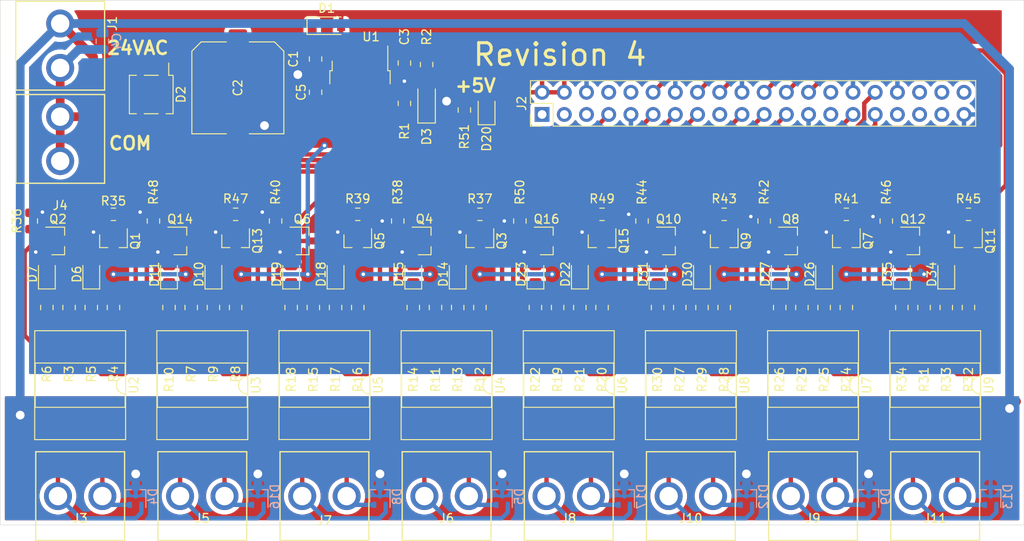
<source format=kicad_pcb>
(kicad_pcb (version 20171130) (host pcbnew "(5.1.5)-3")
  (layers (0 F.Cu signal) (31 B.Cu signal) (34 B.Paste user) (35 F.Paste user) (36 B.SilkS user) (37 F.SilkS user) (38 B.Mask user) (39 F.Mask user) (44 Edge.Cuts user))
  (net 0 "")
  (net 1 +VDC)
  (net 2 GND)
  (net 3 "Net-(C3-Pad1)")
  (net 4 +5V)
  (net 5 VAC-)
  (net 6 VAC+)
  (net 7 "Net-(D4-Pad1)")
  (net 8 "Net-(D5-Pad2)")
  (net 9 "Net-(D6-Pad1)")
  (net 10 "Net-(D8-Pad1)")
  (net 11 "Net-(D9-Pad2)")
  (net 12 "Net-(D10-Pad1)")
  (net 13 "Net-(D12-Pad1)")
  (net 14 "Net-(D13-Pad2)")
  (net 15 "Net-(D14-Pad1)")
  (net 16 "Net-(D16-Pad1)")
  (net 17 "Net-(D17-Pad2)")
  (net 18 "Net-(D19-Pad1)")
  (net 19 "Net-(D22-Pad1)")
  (net 20 "Net-(D23-Pad1)")
  (net 21 "Net-(D26-Pad1)")
  (net 22 "Net-(D27-Pad1)")
  (net 23 "Net-(D30-Pad1)")
  (net 24 "Net-(D31-Pad1)")
  (net 25 "Net-(D34-Pad1)")
  (net 26 "Net-(D35-Pad1)")
  (net 27 "Net-(J2-Pad40)")
  (net 28 "Net-(J2-Pad38)")
  (net 29 "Net-(J2-Pad37)")
  (net 30 "Net-(J2-Pad36)")
  (net 31 "Net-(J2-Pad35)")
  (net 32 "Net-(J2-Pad33)")
  (net 33 "Net-(J2-Pad28)")
  (net 34 "Net-(J2-Pad27)")
  (net 35 "Net-(J2-Pad17)")
  (net 36 "Net-(J2-Pad10)")
  (net 37 "Net-(J2-Pad8)")
  (net 38 "Net-(J2-Pad5)")
  (net 39 "Net-(J2-Pad3)")
  (net 40 "Net-(J2-Pad1)")
  (net 41 "Net-(R3-Pad1)")
  (net 42 "Net-(R4-Pad1)")
  (net 43 "Net-(R7-Pad1)")
  (net 44 "Net-(R8-Pad1)")
  (net 45 "Net-(R11-Pad1)")
  (net 46 "Net-(R12-Pad1)")
  (net 47 "Net-(R15-Pad1)")
  (net 48 "Net-(R16-Pad1)")
  (net 49 "Net-(D7-Pad1)")
  (net 50 "Net-(D11-Pad1)")
  (net 51 "Net-(D15-Pad1)")
  (net 52 "Net-(D18-Pad1)")
  (net 53 /sheet5ED885F3/C_1)
  (net 54 "Net-(R19-Pad1)")
  (net 55 "Net-(R20-Pad1)")
  (net 56 "Net-(R23-Pad1)")
  (net 57 "Net-(R24-Pad1)")
  (net 58 "Net-(R27-Pad1)")
  (net 59 "Net-(R28-Pad1)")
  (net 60 "Net-(R31-Pad1)")
  (net 61 "Net-(R32-Pad1)")
  (net 62 "Net-(D4-Pad2)")
  (net 63 "Net-(D16-Pad2)")
  (net 64 "Net-(D5-Pad1)")
  (net 65 "Net-(D8-Pad2)")
  (net 66 "Net-(D17-Pad1)")
  (net 67 "Net-(D9-Pad1)")
  (net 68 "Net-(D12-Pad2)")
  (net 69 "Net-(D13-Pad1)")
  (net 70 "Net-(Q1-Pad3)")
  (net 71 "Net-(Q2-Pad3)")
  (net 72 "Net-(Q3-Pad3)")
  (net 73 "Net-(Q4-Pad3)")
  (net 74 "Net-(Q5-Pad3)")
  (net 75 "Net-(Q6-Pad3)")
  (net 76 "Net-(Q7-Pad3)")
  (net 77 "Net-(Q8-Pad3)")
  (net 78 "Net-(Q9-Pad3)")
  (net 79 "Net-(Q10-Pad3)")
  (net 80 "Net-(Q11-Pad3)")
  (net 81 "Net-(Q12-Pad3)")
  (net 82 "Net-(Q13-Pad3)")
  (net 83 "Net-(Q14-Pad3)")
  (net 84 "Net-(Q15-Pad3)")
  (net 85 "Net-(Q16-Pad3)")
  (net 86 /Channel_15)
  (net 87 /Channel_16)
  (net 88 /Channel_7)
  (net 89 /Channel_13)
  (net 90 /Channel_8)
  (net 91 /Channel_11)
  (net 92 /Channel_5)
  (net 93 /Channel_6)
  (net 94 /Channel_12)
  (net 95 /Channel_9)
  (net 96 /Channel_3)
  (net 97 /Channel_4)
  (net 98 /Channel_10)
  (net 99 /Channel_1)
  (net 100 /Channel_2)
  (net 101 "Net-(D20-Pad1)")
  (module Resistor_SMD:R_0805_2012Metric (layer F.Cu) (at 135.382 87.884 90)
    (fp_text reference R51 (at -3.048 0 90) (layer F.SilkS))
    (fp_text value 2K)
    (pad 2 smd roundrect (at 0.9375 0 90) (size 0.975 1.4) (layers F.Cu F.Paste F.Mask) (net 2 GND))
    (pad 1 smd roundrect (at -0.9375 0 90) (size 0.975 1.4) (layers F.Cu F.Paste F.Mask) (net 101 "Net-(D20-Pad1)"))
  )
  (module LED_SMD:LED_0805_2012Metric (layer F.Cu) (at 137.922 87.884 90)
    (fp_text reference D20 (at -3.302 0 90) (layer F.SilkS))
    (fp_text value LED_Small)
    (pad 2 smd roundrect (at 0.9375 0 90) (size 0.975 1.4) (layers F.Cu F.Paste F.Mask) (net 4 +5V))
    (pad 1 smd roundrect (at -0.9375 0 90) (size 0.975 1.4) (layers F.Cu F.Paste F.Mask) (net 101 "Net-(D20-Pad1)"))
  )
  (module Capacitor_SMD:C_0805_2012Metric (layer B.Cu) (at 93.98 80.01 90)
    (fp_text reference C4 (at 0 1.65 270) (layer B.SilkS) (effects (justify mirror)))
    (fp_text value 0.1u)
    (pad 2 smd roundrect (at 0.9375 0 90) (size 0.975 1.4) (layers B.Cu B.Paste B.Mask) (net 5 VAC-))
    (pad 1 smd roundrect (at -0.9375 0 90) (size 0.975 1.4) (layers B.Cu B.Paste B.Mask) (net 6 VAC+))
  )
  (module Resistor_SMD:R_0805_2012Metric (layer F.Cu) (at 141.732 100.584 90)
    (fp_text reference R50 (at 3.302 0 90) (layer F.SilkS))
    (fp_text value 10K)
    (pad 2 smd roundrect (at 0.9375 0 90) (size 0.975 1.4) (layers F.Cu F.Paste F.Mask) (net 2 GND))
    (pad 1 smd roundrect (at -0.9375 0 90) (size 0.975 1.4) (layers F.Cu F.Paste F.Mask) (net 89 /Channel_13))
  )
  (module Resistor_SMD:R_0805_2012Metric (layer F.Cu) (at 151.13 99.822 180)
    (fp_text reference R49 (at 0 1.778) (layer F.SilkS))
    (fp_text value 10K)
    (pad 2 smd roundrect (at 0.9375 0 180) (size 0.975 1.4) (layers F.Cu F.Paste F.Mask) (net 2 GND))
    (pad 1 smd roundrect (at -0.9375 0 180) (size 0.975 1.4) (layers F.Cu F.Paste F.Mask) (net 53 /sheet5ED885F3/C_1))
  )
  (module Resistor_SMD:R_0805_2012Metric (layer F.Cu) (at 99.822 100.584 90)
    (fp_text reference R48 (at 3.302 0 90) (layer F.SilkS))
    (fp_text value 10K)
    (pad 2 smd roundrect (at 0.9375 0 90) (size 0.975 1.4) (layers F.Cu F.Paste F.Mask) (net 2 GND))
    (pad 1 smd roundrect (at -0.9375 0 90) (size 0.975 1.4) (layers F.Cu F.Paste F.Mask) (net 97 /Channel_4))
  )
  (module Resistor_SMD:R_0805_2012Metric (layer F.Cu) (at 109.22 99.822 180)
    (fp_text reference R47 (at 0 1.778) (layer F.SilkS))
    (fp_text value 10K)
    (pad 2 smd roundrect (at 0.9375 0 180) (size 0.975 1.4) (layers F.Cu F.Paste F.Mask) (net 2 GND))
    (pad 1 smd roundrect (at -0.9375 0 180) (size 0.975 1.4) (layers F.Cu F.Paste F.Mask) (net 96 /Channel_3))
  )
  (module Resistor_SMD:R_0805_2012Metric (layer F.Cu) (at 183.642 100.584 90)
    (fp_text reference R46 (at 3.302 0 90) (layer F.SilkS))
    (fp_text value 10K)
    (pad 2 smd roundrect (at 0.9375 0 90) (size 0.975 1.4) (layers F.Cu F.Paste F.Mask) (net 2 GND))
    (pad 1 smd roundrect (at -0.9375 0 90) (size 0.975 1.4) (layers F.Cu F.Paste F.Mask) (net 95 /Channel_9))
  )
  (module Resistor_SMD:R_0805_2012Metric (layer F.Cu) (at 193.04 99.822 180)
    (fp_text reference R45 (at 0 1.778) (layer F.SilkS))
    (fp_text value 10K)
    (pad 2 smd roundrect (at 0.9375 0 180) (size 0.975 1.4) (layers F.Cu F.Paste F.Mask) (net 2 GND))
    (pad 1 smd roundrect (at -0.9375 0 180) (size 0.975 1.4) (layers F.Cu F.Paste F.Mask) (net 98 /Channel_10))
  )
  (module Resistor_SMD:R_0805_2012Metric (layer F.Cu) (at 155.702 100.584 90)
    (fp_text reference R44 (at 3.302 0 90) (layer F.SilkS))
    (fp_text value 10K)
    (pad 2 smd roundrect (at 0.9375 0 90) (size 0.975 1.4) (layers F.Cu F.Paste F.Mask) (net 2 GND))
    (pad 1 smd roundrect (at -0.9375 0 90) (size 0.975 1.4) (layers F.Cu F.Paste F.Mask) (net 91 /Channel_11))
  )
  (module Resistor_SMD:R_0805_2012Metric (layer F.Cu) (at 165.1 99.822 180)
    (fp_text reference R43 (at 0 1.778) (layer F.SilkS))
    (fp_text value 10K)
    (pad 2 smd roundrect (at 0.9375 0 180) (size 0.975 1.4) (layers F.Cu F.Paste F.Mask) (net 2 GND))
    (pad 1 smd roundrect (at -0.9375 0 180) (size 0.975 1.4) (layers F.Cu F.Paste F.Mask) (net 94 /Channel_12))
  )
  (module Resistor_SMD:R_0805_2012Metric (layer F.Cu) (at 169.672 100.584 90)
    (fp_text reference R42 (at 3.302 0 90) (layer F.SilkS))
    (fp_text value 10K)
    (pad 2 smd roundrect (at 0.9375 0 90) (size 0.975 1.4) (layers F.Cu F.Paste F.Mask) (net 2 GND))
    (pad 1 smd roundrect (at -0.9375 0 90) (size 0.975 1.4) (layers F.Cu F.Paste F.Mask) (net 86 /Channel_15))
  )
  (module Resistor_SMD:R_0805_2012Metric (layer F.Cu) (at 179.07 99.822 180)
    (fp_text reference R41 (at 0 1.778) (layer F.SilkS))
    (fp_text value 10K)
    (pad 2 smd roundrect (at 0.9375 0 180) (size 0.975 1.4) (layers F.Cu F.Paste F.Mask) (net 2 GND))
    (pad 1 smd roundrect (at -0.9375 0 180) (size 0.975 1.4) (layers F.Cu F.Paste F.Mask) (net 87 /Channel_16))
  )
  (module Resistor_SMD:R_0805_2012Metric (layer F.Cu) (at 113.792 100.584 90)
    (fp_text reference R40 (at 3.302 0 90) (layer F.SilkS))
    (fp_text value 10K)
    (pad 2 smd roundrect (at 0.9375 0 90) (size 0.975 1.4) (layers F.Cu F.Paste F.Mask) (net 2 GND))
    (pad 1 smd roundrect (at -0.9375 0 90) (size 0.975 1.4) (layers F.Cu F.Paste F.Mask) (net 93 /Channel_6))
  )
  (module Resistor_SMD:R_0805_2012Metric (layer F.Cu) (at 123.19 99.822 180)
    (fp_text reference R39 (at 0 1.778) (layer F.SilkS))
    (fp_text value 10K)
    (pad 2 smd roundrect (at 0.9375 0 180) (size 0.975 1.4) (layers F.Cu F.Paste F.Mask) (net 2 GND))
    (pad 1 smd roundrect (at -0.9375 0 180) (size 0.975 1.4) (layers F.Cu F.Paste F.Mask) (net 92 /Channel_5))
  )
  (module Resistor_SMD:R_0805_2012Metric (layer F.Cu) (at 127.762 100.584 90)
    (fp_text reference R38 (at 3.302 0 90) (layer F.SilkS))
    (fp_text value 10K)
    (pad 2 smd roundrect (at 0.9375 0 90) (size 0.975 1.4) (layers F.Cu F.Paste F.Mask) (net 2 GND))
    (pad 1 smd roundrect (at -0.9375 0 90) (size 0.975 1.4) (layers F.Cu F.Paste F.Mask) (net 90 /Channel_8))
  )
  (module Resistor_SMD:R_0805_2012Metric (layer F.Cu) (at 137.16 99.822 180)
    (fp_text reference R37 (at 0 1.778) (layer F.SilkS))
    (fp_text value 10K)
    (pad 2 smd roundrect (at 0.9375 0 180) (size 0.975 1.4) (layers F.Cu F.Paste F.Mask) (net 2 GND))
    (pad 1 smd roundrect (at -0.9375 0 180) (size 0.975 1.4) (layers F.Cu F.Paste F.Mask) (net 88 /Channel_7))
  )
  (module Resistor_SMD:R_0805_2012Metric (layer F.Cu) (at 85.852 100.584 90)
    (fp_text reference R36 (at 0 -1.65 90) (layer F.SilkS))
    (fp_text value 10K)
    (pad 2 smd roundrect (at 0.9375 0 90) (size 0.975 1.4) (layers F.Cu F.Paste F.Mask) (net 2 GND))
    (pad 1 smd roundrect (at -0.9375 0 90) (size 0.975 1.4) (layers F.Cu F.Paste F.Mask) (net 100 /Channel_2))
  )
  (module Resistor_SMD:R_0805_2012Metric (layer F.Cu) (at 95.25 99.822 180)
    (fp_text reference R35 (at 0 1.524) (layer F.SilkS))
    (fp_text value 10K)
    (pad 2 smd roundrect (at 0.9375 0 180) (size 0.975 1.4) (layers F.Cu F.Paste F.Mask) (net 2 GND))
    (pad 1 smd roundrect (at -0.9375 0 180) (size 0.975 1.4) (layers F.Cu F.Paste F.Mask) (net 99 /Channel_1))
  )
  (module Package_TO_SOT_SMD:SOT-23 (layer F.Cu) (at 144.78 102.87)
    (fp_text reference Q16 (at 0 -2.5) (layer F.SilkS))
    (fp_text value Q_NMOS_GSD)
    (pad 3 smd rect (at 1 0) (size 0.9 0.8) (layers F.Cu F.Paste F.Mask) (net 85 "Net-(Q16-Pad3)"))
    (pad 2 smd rect (at -1 0.95) (size 0.9 0.8) (layers F.Cu F.Paste F.Mask) (net 2 GND))
    (pad 1 smd rect (at -1 -0.95) (size 0.9 0.8) (layers F.Cu F.Paste F.Mask) (net 89 /Channel_13))
  )
  (module Package_TO_SOT_SMD:SOT-23 (layer F.Cu) (at 151.13 102.87 270)
    (fp_text reference Q15 (at 0 -2.5 90) (layer F.SilkS))
    (fp_text value Q_NMOS_GSD)
    (pad 3 smd rect (at 1 0 270) (size 0.9 0.8) (layers F.Cu F.Paste F.Mask) (net 84 "Net-(Q15-Pad3)"))
    (pad 2 smd rect (at -1 0.95 270) (size 0.9 0.8) (layers F.Cu F.Paste F.Mask) (net 2 GND))
    (pad 1 smd rect (at -1 -0.95 270) (size 0.9 0.8) (layers F.Cu F.Paste F.Mask) (net 53 /sheet5ED885F3/C_1))
  )
  (module Package_TO_SOT_SMD:SOT-23 (layer F.Cu) (at 102.87 102.87)
    (fp_text reference Q14 (at 0 -2.5) (layer F.SilkS))
    (fp_text value Q_NMOS_GSD)
    (pad 3 smd rect (at 1 0) (size 0.9 0.8) (layers F.Cu F.Paste F.Mask) (net 83 "Net-(Q14-Pad3)"))
    (pad 2 smd rect (at -1 0.95) (size 0.9 0.8) (layers F.Cu F.Paste F.Mask) (net 2 GND))
    (pad 1 smd rect (at -1 -0.95) (size 0.9 0.8) (layers F.Cu F.Paste F.Mask) (net 97 /Channel_4))
  )
  (module Package_TO_SOT_SMD:SOT-23 (layer F.Cu) (at 109.22 102.87 270)
    (fp_text reference Q13 (at 0 -2.5 90) (layer F.SilkS))
    (fp_text value Q_NMOS_GSD)
    (pad 3 smd rect (at 1 0 270) (size 0.9 0.8) (layers F.Cu F.Paste F.Mask) (net 82 "Net-(Q13-Pad3)"))
    (pad 2 smd rect (at -1 0.95 270) (size 0.9 0.8) (layers F.Cu F.Paste F.Mask) (net 2 GND))
    (pad 1 smd rect (at -1 -0.95 270) (size 0.9 0.8) (layers F.Cu F.Paste F.Mask) (net 96 /Channel_3))
  )
  (module Package_TO_SOT_SMD:SOT-23 (layer F.Cu) (at 186.69 102.87)
    (fp_text reference Q12 (at 0 -2.5) (layer F.SilkS))
    (fp_text value Q_NMOS_GSD)
    (pad 3 smd rect (at 1 0) (size 0.9 0.8) (layers F.Cu F.Paste F.Mask) (net 81 "Net-(Q12-Pad3)"))
    (pad 2 smd rect (at -1 0.95) (size 0.9 0.8) (layers F.Cu F.Paste F.Mask) (net 2 GND))
    (pad 1 smd rect (at -1 -0.95) (size 0.9 0.8) (layers F.Cu F.Paste F.Mask) (net 95 /Channel_9))
  )
  (module Package_TO_SOT_SMD:SOT-23 (layer F.Cu) (at 193.04 102.87 270)
    (fp_text reference Q11 (at 0 -2.5 90) (layer F.SilkS))
    (fp_text value Q_NMOS_GSD)
    (pad 3 smd rect (at 1 0 270) (size 0.9 0.8) (layers F.Cu F.Paste F.Mask) (net 80 "Net-(Q11-Pad3)"))
    (pad 2 smd rect (at -1 0.95 270) (size 0.9 0.8) (layers F.Cu F.Paste F.Mask) (net 2 GND))
    (pad 1 smd rect (at -1 -0.95 270) (size 0.9 0.8) (layers F.Cu F.Paste F.Mask) (net 98 /Channel_10))
  )
  (module Package_TO_SOT_SMD:SOT-23 (layer F.Cu) (at 158.75 102.87)
    (fp_text reference Q10 (at 0 -2.5) (layer F.SilkS))
    (fp_text value Q_NMOS_GSD)
    (pad 3 smd rect (at 1 0) (size 0.9 0.8) (layers F.Cu F.Paste F.Mask) (net 79 "Net-(Q10-Pad3)"))
    (pad 2 smd rect (at -1 0.95) (size 0.9 0.8) (layers F.Cu F.Paste F.Mask) (net 2 GND))
    (pad 1 smd rect (at -1 -0.95) (size 0.9 0.8) (layers F.Cu F.Paste F.Mask) (net 91 /Channel_11))
  )
  (module Package_TO_SOT_SMD:SOT-23 (layer F.Cu) (at 165.1 102.87 270)
    (fp_text reference Q9 (at 0 -2.5 90) (layer F.SilkS))
    (fp_text value Q_NMOS_GSD)
    (pad 3 smd rect (at 1 0 270) (size 0.9 0.8) (layers F.Cu F.Paste F.Mask) (net 78 "Net-(Q9-Pad3)"))
    (pad 2 smd rect (at -1 0.95 270) (size 0.9 0.8) (layers F.Cu F.Paste F.Mask) (net 2 GND))
    (pad 1 smd rect (at -1 -0.95 270) (size 0.9 0.8) (layers F.Cu F.Paste F.Mask) (net 94 /Channel_12))
  )
  (module Package_TO_SOT_SMD:SOT-23 (layer F.Cu) (at 172.72 102.87)
    (fp_text reference Q8 (at 0 -2.5) (layer F.SilkS))
    (fp_text value Q_NMOS_GSD)
    (pad 3 smd rect (at 1 0) (size 0.9 0.8) (layers F.Cu F.Paste F.Mask) (net 77 "Net-(Q8-Pad3)"))
    (pad 2 smd rect (at -1 0.95) (size 0.9 0.8) (layers F.Cu F.Paste F.Mask) (net 2 GND))
    (pad 1 smd rect (at -1 -0.95) (size 0.9 0.8) (layers F.Cu F.Paste F.Mask) (net 86 /Channel_15))
  )
  (module Package_TO_SOT_SMD:SOT-23 (layer F.Cu) (at 179.07 102.87 270)
    (fp_text reference Q7 (at 0 -2.5 90) (layer F.SilkS))
    (fp_text value Q_NMOS_GSD)
    (pad 3 smd rect (at 1 0 270) (size 0.9 0.8) (layers F.Cu F.Paste F.Mask) (net 76 "Net-(Q7-Pad3)"))
    (pad 2 smd rect (at -1 0.95 270) (size 0.9 0.8) (layers F.Cu F.Paste F.Mask) (net 2 GND))
    (pad 1 smd rect (at -1 -0.95 270) (size 0.9 0.8) (layers F.Cu F.Paste F.Mask) (net 87 /Channel_16))
  )
  (module Package_TO_SOT_SMD:SOT-23 (layer F.Cu) (at 116.84 102.87)
    (fp_text reference Q6 (at 0 -2.5) (layer F.SilkS))
    (fp_text value Q_NMOS_GSD)
    (pad 3 smd rect (at 1 0) (size 0.9 0.8) (layers F.Cu F.Paste F.Mask) (net 75 "Net-(Q6-Pad3)"))
    (pad 2 smd rect (at -1 0.95) (size 0.9 0.8) (layers F.Cu F.Paste F.Mask) (net 2 GND))
    (pad 1 smd rect (at -1 -0.95) (size 0.9 0.8) (layers F.Cu F.Paste F.Mask) (net 93 /Channel_6))
  )
  (module Package_TO_SOT_SMD:SOT-23 (layer F.Cu) (at 123.19 102.87 270)
    (fp_text reference Q5 (at 0 -2.5 90) (layer F.SilkS))
    (fp_text value Q_NMOS_GSD)
    (pad 3 smd rect (at 1 0 270) (size 0.9 0.8) (layers F.Cu F.Paste F.Mask) (net 74 "Net-(Q5-Pad3)"))
    (pad 2 smd rect (at -1 0.95 270) (size 0.9 0.8) (layers F.Cu F.Paste F.Mask) (net 2 GND))
    (pad 1 smd rect (at -1 -0.95 270) (size 0.9 0.8) (layers F.Cu F.Paste F.Mask) (net 92 /Channel_5))
  )
  (module Package_TO_SOT_SMD:SOT-23 (layer F.Cu) (at 130.81 102.87)
    (fp_text reference Q4 (at 0 -2.5) (layer F.SilkS))
    (fp_text value Q_NMOS_GSD)
    (pad 3 smd rect (at 1 0) (size 0.9 0.8) (layers F.Cu F.Paste F.Mask) (net 73 "Net-(Q4-Pad3)"))
    (pad 2 smd rect (at -1 0.95) (size 0.9 0.8) (layers F.Cu F.Paste F.Mask) (net 2 GND))
    (pad 1 smd rect (at -1 -0.95) (size 0.9 0.8) (layers F.Cu F.Paste F.Mask) (net 90 /Channel_8))
  )
  (module Package_TO_SOT_SMD:SOT-23 (layer F.Cu) (at 137.16 102.87 270)
    (fp_text reference Q3 (at 0 -2.5 90) (layer F.SilkS))
    (fp_text value Q_NMOS_GSD)
    (pad 3 smd rect (at 1 0 270) (size 0.9 0.8) (layers F.Cu F.Paste F.Mask) (net 72 "Net-(Q3-Pad3)"))
    (pad 2 smd rect (at -1 0.95 270) (size 0.9 0.8) (layers F.Cu F.Paste F.Mask) (net 2 GND))
    (pad 1 smd rect (at -1 -0.95 270) (size 0.9 0.8) (layers F.Cu F.Paste F.Mask) (net 88 /Channel_7))
  )
  (module Package_TO_SOT_SMD:SOT-23 (layer F.Cu) (at 88.9 102.87)
    (fp_text reference Q2 (at 0 -2.5) (layer F.SilkS))
    (fp_text value Q_NMOS_GSD)
    (pad 3 smd rect (at 1 0) (size 0.9 0.8) (layers F.Cu F.Paste F.Mask) (net 71 "Net-(Q2-Pad3)"))
    (pad 2 smd rect (at -1 0.95) (size 0.9 0.8) (layers F.Cu F.Paste F.Mask) (net 2 GND))
    (pad 1 smd rect (at -1 -0.95) (size 0.9 0.8) (layers F.Cu F.Paste F.Mask) (net 100 /Channel_2))
  )
  (module Package_TO_SOT_SMD:SOT-23 (layer F.Cu) (at 95.25 102.87 270)
    (fp_text reference Q1 (at 0 -2.5 90) (layer F.SilkS))
    (fp_text value Q_NMOS_GSD)
    (pad 3 smd rect (at 1 0 270) (size 0.9 0.8) (layers F.Cu F.Paste F.Mask) (net 70 "Net-(Q1-Pad3)"))
    (pad 2 smd rect (at -1 0.95 270) (size 0.9 0.8) (layers F.Cu F.Paste F.Mask) (net 2 GND))
    (pad 1 smd rect (at -1 -0.95 270) (size 0.9 0.8) (layers F.Cu F.Paste F.Mask) (net 99 /Channel_1))
  )
  (module Package_TO_SOT_SMD:SOT-323_SC-70 (layer B.Cu) (at 153.67 132.08 90)
    (fp_text reference D17 (at -0.05 1.95 90) (layer B.SilkS) (effects (justify mirror)))
    (fp_text value PESD1CAN-U)
    (pad 3 smd rect (at 1 0 180) (size 0.45 0.7) (layers B.Cu B.Paste B.Mask) (net 5 VAC-))
    (pad 2 smd rect (at -1 -0.65 180) (size 0.45 0.7) (layers B.Cu B.Paste B.Mask) (net 17 "Net-(D17-Pad2)"))
    (pad 1 smd rect (at -1 0.65 180) (size 0.45 0.7) (layers B.Cu B.Paste B.Mask) (net 66 "Net-(D17-Pad1)"))
  )
  (module Package_TO_SOT_SMD:SOT-323_SC-70 (layer B.Cu) (at 111.76 132.08 90)
    (fp_text reference D16 (at -0.05 1.95 90) (layer B.SilkS) (effects (justify mirror)))
    (fp_text value PESD1CAN-U)
    (pad 3 smd rect (at 1 0 180) (size 0.45 0.7) (layers B.Cu B.Paste B.Mask) (net 5 VAC-))
    (pad 2 smd rect (at -1 -0.65 180) (size 0.45 0.7) (layers B.Cu B.Paste B.Mask) (net 63 "Net-(D16-Pad2)"))
    (pad 1 smd rect (at -1 0.65 180) (size 0.45 0.7) (layers B.Cu B.Paste B.Mask) (net 16 "Net-(D16-Pad1)"))
  )
  (module Package_TO_SOT_SMD:SOT-323_SC-70 (layer B.Cu) (at 195.58 132.08 90)
    (fp_text reference D13 (at -0.05 1.95 90) (layer B.SilkS) (effects (justify mirror)))
    (fp_text value PESD1CAN-U)
    (pad 3 smd rect (at 1 0 180) (size 0.45 0.7) (layers B.Cu B.Paste B.Mask) (net 5 VAC-))
    (pad 2 smd rect (at -1 -0.65 180) (size 0.45 0.7) (layers B.Cu B.Paste B.Mask) (net 14 "Net-(D13-Pad2)"))
    (pad 1 smd rect (at -1 0.65 180) (size 0.45 0.7) (layers B.Cu B.Paste B.Mask) (net 69 "Net-(D13-Pad1)"))
  )
  (module Package_TO_SOT_SMD:SOT-323_SC-70 (layer B.Cu) (at 167.64 132.08 90)
    (fp_text reference D12 (at -0.05 1.95 90) (layer B.SilkS) (effects (justify mirror)))
    (fp_text value PESD1CAN-U)
    (pad 3 smd rect (at 1 0 180) (size 0.45 0.7) (layers B.Cu B.Paste B.Mask) (net 5 VAC-))
    (pad 2 smd rect (at -1 -0.65 180) (size 0.45 0.7) (layers B.Cu B.Paste B.Mask) (net 68 "Net-(D12-Pad2)"))
    (pad 1 smd rect (at -1 0.65 180) (size 0.45 0.7) (layers B.Cu B.Paste B.Mask) (net 13 "Net-(D12-Pad1)"))
  )
  (module Package_TO_SOT_SMD:SOT-323_SC-70 (layer B.Cu) (at 181.61 132.08 90)
    (fp_text reference D9 (at -0.05 1.95 90) (layer B.SilkS) (effects (justify mirror)))
    (fp_text value PESD1CAN-U)
    (pad 3 smd rect (at 1 0 180) (size 0.45 0.7) (layers B.Cu B.Paste B.Mask) (net 5 VAC-))
    (pad 2 smd rect (at -1 -0.65 180) (size 0.45 0.7) (layers B.Cu B.Paste B.Mask) (net 11 "Net-(D9-Pad2)"))
    (pad 1 smd rect (at -1 0.65 180) (size 0.45 0.7) (layers B.Cu B.Paste B.Mask) (net 67 "Net-(D9-Pad1)"))
  )
  (module Package_TO_SOT_SMD:SOT-323_SC-70 (layer B.Cu) (at 125.73 132.08 90)
    (fp_text reference D8 (at -0.05 1.95 90) (layer B.SilkS) (effects (justify mirror)))
    (fp_text value PESD1CAN-U)
    (pad 3 smd rect (at 1 0 180) (size 0.45 0.7) (layers B.Cu B.Paste B.Mask) (net 5 VAC-))
    (pad 2 smd rect (at -1 -0.65 180) (size 0.45 0.7) (layers B.Cu B.Paste B.Mask) (net 65 "Net-(D8-Pad2)"))
    (pad 1 smd rect (at -1 0.65 180) (size 0.45 0.7) (layers B.Cu B.Paste B.Mask) (net 10 "Net-(D8-Pad1)"))
  )
  (module Package_TO_SOT_SMD:SOT-323_SC-70 (layer B.Cu) (at 139.7 132.08 90)
    (fp_text reference D5 (at -0.05 1.95 270) (layer B.SilkS) (effects (justify mirror)))
    (fp_text value PESD1CAN-U)
    (pad 3 smd rect (at 1 0 180) (size 0.45 0.7) (layers B.Cu B.Paste B.Mask) (net 5 VAC-))
    (pad 2 smd rect (at -1 -0.65 180) (size 0.45 0.7) (layers B.Cu B.Paste B.Mask) (net 8 "Net-(D5-Pad2)"))
    (pad 1 smd rect (at -1 0.65 180) (size 0.45 0.7) (layers B.Cu B.Paste B.Mask) (net 64 "Net-(D5-Pad1)"))
  )
  (module Package_TO_SOT_SMD:SOT-323_SC-70 (layer B.Cu) (at 97.79 132.08 90)
    (fp_text reference D4 (at -0.05 1.95 90) (layer B.SilkS) (effects (justify mirror)))
    (fp_text value PESD1CAN-U)
    (pad 3 smd rect (at 1 0 180) (size 0.45 0.7) (layers B.Cu B.Paste B.Mask) (net 5 VAC-))
    (pad 2 smd rect (at -1 -0.65 180) (size 0.45 0.7) (layers B.Cu B.Paste B.Mask) (net 62 "Net-(D4-Pad2)"))
    (pad 1 smd rect (at -1 0.65 180) (size 0.45 0.7) (layers B.Cu B.Paste B.Mask) (net 7 "Net-(D4-Pad1)"))
  )
  (module "Sprinkler Controller Parts:Terminal_2P_5mm" (layer F.Cu) (at 89.154 91.186)
    (fp_text reference J4 (at 0 7.62) (layer F.SilkS))
    (fp_text value Conn_01x02)
    (pad 2 thru_hole circle (at 0 2.54) (size 3.2 3.2) (drill 2.1) (layers *.Cu *.Mask) (net 6 VAC+))
    (pad 1 thru_hole circle (at 0 -2.54) (size 3.2 3.2) (drill 2.1) (layers *.Cu *.Mask) (net 6 VAC+))
  )
  (module Package_DIP:DIP-8_W8.89mm_SMDSocket_LongPads (layer F.Cu) (at 189.23 119.38 270)
    (fp_text reference U9 (at 0 -6.14 90) (layer F.SilkS))
    (fp_text value G3VM-62F1)
    (pad 8 smd rect (at 4.445 -3.81 270) (size 3.1 1.6) (layers F.Cu F.Paste F.Mask) (net 5 VAC-))
    (pad 4 smd rect (at -4.445 3.81 270) (size 3.1 1.6) (layers F.Cu F.Paste F.Mask) (net 81 "Net-(Q12-Pad3)"))
    (pad 7 smd rect (at 4.445 -1.27 270) (size 3.1 1.6) (layers F.Cu F.Paste F.Mask) (net 14 "Net-(D13-Pad2)"))
    (pad 3 smd rect (at -4.445 1.27 270) (size 3.1 1.6) (layers F.Cu F.Paste F.Mask) (net 60 "Net-(R31-Pad1)"))
    (pad 6 smd rect (at 4.445 1.27 270) (size 3.1 1.6) (layers F.Cu F.Paste F.Mask) (net 69 "Net-(D13-Pad1)"))
    (pad 2 smd rect (at -4.445 -1.27 270) (size 3.1 1.6) (layers F.Cu F.Paste F.Mask) (net 80 "Net-(Q11-Pad3)"))
    (pad 5 smd rect (at 4.445 3.81 270) (size 3.1 1.6) (layers F.Cu F.Paste F.Mask) (net 5 VAC-))
    (pad 1 smd rect (at -4.445 -3.81 270) (size 3.1 1.6) (layers F.Cu F.Paste F.Mask) (net 61 "Net-(R32-Pad1)"))
  )
  (module Package_DIP:DIP-8_W8.89mm_SMDSocket_LongPads (layer F.Cu) (at 161.29 119.38 270)
    (fp_text reference U8 (at 0 -6.14 90) (layer F.SilkS))
    (fp_text value G3VM-62F1)
    (pad 8 smd rect (at 4.445 -3.81 270) (size 3.1 1.6) (layers F.Cu F.Paste F.Mask) (net 5 VAC-))
    (pad 4 smd rect (at -4.445 3.81 270) (size 3.1 1.6) (layers F.Cu F.Paste F.Mask) (net 79 "Net-(Q10-Pad3)"))
    (pad 7 smd rect (at 4.445 -1.27 270) (size 3.1 1.6) (layers F.Cu F.Paste F.Mask) (net 68 "Net-(D12-Pad2)"))
    (pad 3 smd rect (at -4.445 1.27 270) (size 3.1 1.6) (layers F.Cu F.Paste F.Mask) (net 58 "Net-(R27-Pad1)"))
    (pad 6 smd rect (at 4.445 1.27 270) (size 3.1 1.6) (layers F.Cu F.Paste F.Mask) (net 13 "Net-(D12-Pad1)"))
    (pad 2 smd rect (at -4.445 -1.27 270) (size 3.1 1.6) (layers F.Cu F.Paste F.Mask) (net 78 "Net-(Q9-Pad3)"))
    (pad 5 smd rect (at 4.445 3.81 270) (size 3.1 1.6) (layers F.Cu F.Paste F.Mask) (net 5 VAC-))
    (pad 1 smd rect (at -4.445 -3.81 270) (size 3.1 1.6) (layers F.Cu F.Paste F.Mask) (net 59 "Net-(R28-Pad1)"))
  )
  (module Package_DIP:DIP-8_W8.89mm_SMDSocket_LongPads (layer F.Cu) (at 175.26 119.38 270)
    (fp_text reference U7 (at 0 -6.14 90) (layer F.SilkS))
    (fp_text value G3VM-62F1)
    (pad 8 smd rect (at 4.445 -3.81 270) (size 3.1 1.6) (layers F.Cu F.Paste F.Mask) (net 5 VAC-))
    (pad 4 smd rect (at -4.445 3.81 270) (size 3.1 1.6) (layers F.Cu F.Paste F.Mask) (net 77 "Net-(Q8-Pad3)"))
    (pad 7 smd rect (at 4.445 -1.27 270) (size 3.1 1.6) (layers F.Cu F.Paste F.Mask) (net 11 "Net-(D9-Pad2)"))
    (pad 3 smd rect (at -4.445 1.27 270) (size 3.1 1.6) (layers F.Cu F.Paste F.Mask) (net 56 "Net-(R23-Pad1)"))
    (pad 6 smd rect (at 4.445 1.27 270) (size 3.1 1.6) (layers F.Cu F.Paste F.Mask) (net 67 "Net-(D9-Pad1)"))
    (pad 2 smd rect (at -4.445 -1.27 270) (size 3.1 1.6) (layers F.Cu F.Paste F.Mask) (net 76 "Net-(Q7-Pad3)"))
    (pad 5 smd rect (at 4.445 3.81 270) (size 3.1 1.6) (layers F.Cu F.Paste F.Mask) (net 5 VAC-))
    (pad 1 smd rect (at -4.445 -3.81 270) (size 3.1 1.6) (layers F.Cu F.Paste F.Mask) (net 57 "Net-(R24-Pad1)"))
  )
  (module Package_DIP:DIP-8_W8.89mm_SMDSocket_LongPads (layer F.Cu) (at 147.32 119.38 270)
    (fp_text reference U6 (at 0 -6.14 90) (layer F.SilkS))
    (fp_text value G3VM-62F1)
    (pad 8 smd rect (at 4.445 -3.81 270) (size 3.1 1.6) (layers F.Cu F.Paste F.Mask) (net 5 VAC-))
    (pad 4 smd rect (at -4.445 3.81 270) (size 3.1 1.6) (layers F.Cu F.Paste F.Mask) (net 85 "Net-(Q16-Pad3)"))
    (pad 7 smd rect (at 4.445 -1.27 270) (size 3.1 1.6) (layers F.Cu F.Paste F.Mask) (net 17 "Net-(D17-Pad2)"))
    (pad 3 smd rect (at -4.445 1.27 270) (size 3.1 1.6) (layers F.Cu F.Paste F.Mask) (net 54 "Net-(R19-Pad1)"))
    (pad 6 smd rect (at 4.445 1.27 270) (size 3.1 1.6) (layers F.Cu F.Paste F.Mask) (net 66 "Net-(D17-Pad1)"))
    (pad 2 smd rect (at -4.445 -1.27 270) (size 3.1 1.6) (layers F.Cu F.Paste F.Mask) (net 84 "Net-(Q15-Pad3)"))
    (pad 5 smd rect (at 4.445 3.81 270) (size 3.1 1.6) (layers F.Cu F.Paste F.Mask) (net 5 VAC-))
    (pad 1 smd rect (at -4.445 -3.81 270) (size 3.1 1.6) (layers F.Cu F.Paste F.Mask) (net 55 "Net-(R20-Pad1)"))
  )
  (module Package_DIP:DIP-8_W8.89mm_SMDSocket_LongPads (layer F.Cu) (at 119.38 119.37 270)
    (fp_text reference U5 (at 0 -6.14 90) (layer F.SilkS))
    (fp_text value G3VM-62F1)
    (pad 8 smd rect (at 4.445 -3.81 270) (size 3.1 1.6) (layers F.Cu F.Paste F.Mask) (net 5 VAC-))
    (pad 4 smd rect (at -4.445 3.81 270) (size 3.1 1.6) (layers F.Cu F.Paste F.Mask) (net 75 "Net-(Q6-Pad3)"))
    (pad 7 smd rect (at 4.445 -1.27 270) (size 3.1 1.6) (layers F.Cu F.Paste F.Mask) (net 65 "Net-(D8-Pad2)"))
    (pad 3 smd rect (at -4.445 1.27 270) (size 3.1 1.6) (layers F.Cu F.Paste F.Mask) (net 47 "Net-(R15-Pad1)"))
    (pad 6 smd rect (at 4.445 1.27 270) (size 3.1 1.6) (layers F.Cu F.Paste F.Mask) (net 10 "Net-(D8-Pad1)"))
    (pad 2 smd rect (at -4.445 -1.27 270) (size 3.1 1.6) (layers F.Cu F.Paste F.Mask) (net 74 "Net-(Q5-Pad3)"))
    (pad 5 smd rect (at 4.445 3.81 270) (size 3.1 1.6) (layers F.Cu F.Paste F.Mask) (net 5 VAC-))
    (pad 1 smd rect (at -4.445 -3.81 270) (size 3.1 1.6) (layers F.Cu F.Paste F.Mask) (net 48 "Net-(R16-Pad1)"))
  )
  (module Package_DIP:DIP-8_W8.89mm_SMDSocket_LongPads (layer F.Cu) (at 133.35 119.38 270)
    (fp_text reference U4 (at 0 -6.14 90) (layer F.SilkS))
    (fp_text value G3VM-62F1)
    (pad 8 smd rect (at 4.445 -3.81 270) (size 3.1 1.6) (layers F.Cu F.Paste F.Mask) (net 5 VAC-))
    (pad 4 smd rect (at -4.445 3.81 270) (size 3.1 1.6) (layers F.Cu F.Paste F.Mask) (net 73 "Net-(Q4-Pad3)"))
    (pad 7 smd rect (at 4.445 -1.27 270) (size 3.1 1.6) (layers F.Cu F.Paste F.Mask) (net 8 "Net-(D5-Pad2)"))
    (pad 3 smd rect (at -4.445 1.27 270) (size 3.1 1.6) (layers F.Cu F.Paste F.Mask) (net 45 "Net-(R11-Pad1)"))
    (pad 6 smd rect (at 4.445 1.27 270) (size 3.1 1.6) (layers F.Cu F.Paste F.Mask) (net 64 "Net-(D5-Pad1)"))
    (pad 2 smd rect (at -4.445 -1.27 270) (size 3.1 1.6) (layers F.Cu F.Paste F.Mask) (net 72 "Net-(Q3-Pad3)"))
    (pad 5 smd rect (at 4.445 3.81 270) (size 3.1 1.6) (layers F.Cu F.Paste F.Mask) (net 5 VAC-))
    (pad 1 smd rect (at -4.445 -3.81 270) (size 3.1 1.6) (layers F.Cu F.Paste F.Mask) (net 46 "Net-(R12-Pad1)"))
  )
  (module Package_DIP:DIP-8_W8.89mm_SMDSocket_LongPads (layer F.Cu) (at 105.41 119.38 270)
    (fp_text reference U3 (at 0 -6.14 90) (layer F.SilkS))
    (fp_text value G3VM-62F1)
    (pad 8 smd rect (at 4.445 -3.81 270) (size 3.1 1.6) (layers F.Cu F.Paste F.Mask) (net 5 VAC-))
    (pad 4 smd rect (at -4.445 3.81 270) (size 3.1 1.6) (layers F.Cu F.Paste F.Mask) (net 83 "Net-(Q14-Pad3)"))
    (pad 7 smd rect (at 4.445 -1.27 270) (size 3.1 1.6) (layers F.Cu F.Paste F.Mask) (net 63 "Net-(D16-Pad2)"))
    (pad 3 smd rect (at -4.445 1.27 270) (size 3.1 1.6) (layers F.Cu F.Paste F.Mask) (net 43 "Net-(R7-Pad1)"))
    (pad 6 smd rect (at 4.445 1.27 270) (size 3.1 1.6) (layers F.Cu F.Paste F.Mask) (net 16 "Net-(D16-Pad1)"))
    (pad 2 smd rect (at -4.445 -1.27 270) (size 3.1 1.6) (layers F.Cu F.Paste F.Mask) (net 82 "Net-(Q13-Pad3)"))
    (pad 5 smd rect (at 4.445 3.81 270) (size 3.1 1.6) (layers F.Cu F.Paste F.Mask) (net 5 VAC-))
    (pad 1 smd rect (at -4.445 -3.81 270) (size 3.1 1.6) (layers F.Cu F.Paste F.Mask) (net 44 "Net-(R8-Pad1)"))
  )
  (module Package_DIP:DIP-8_W8.89mm_SMDSocket_LongPads (layer F.Cu) (at 91.44 119.38 270)
    (fp_text reference U2 (at 0 -6.14 90) (layer F.SilkS))
    (fp_text value G3VM-62F1)
    (pad 8 smd rect (at 4.445 -3.81 270) (size 3.1 1.6) (layers F.Cu F.Paste F.Mask) (net 5 VAC-))
    (pad 4 smd rect (at -4.445 3.81 270) (size 3.1 1.6) (layers F.Cu F.Paste F.Mask) (net 71 "Net-(Q2-Pad3)"))
    (pad 7 smd rect (at 4.445 -1.27 270) (size 3.1 1.6) (layers F.Cu F.Paste F.Mask) (net 62 "Net-(D4-Pad2)"))
    (pad 3 smd rect (at -4.445 1.27 270) (size 3.1 1.6) (layers F.Cu F.Paste F.Mask) (net 41 "Net-(R3-Pad1)"))
    (pad 6 smd rect (at 4.445 1.27 270) (size 3.1 1.6) (layers F.Cu F.Paste F.Mask) (net 7 "Net-(D4-Pad1)"))
    (pad 2 smd rect (at -4.445 -1.27 270) (size 3.1 1.6) (layers F.Cu F.Paste F.Mask) (net 70 "Net-(Q1-Pad3)"))
    (pad 5 smd rect (at 4.445 3.81 270) (size 3.1 1.6) (layers F.Cu F.Paste F.Mask) (net 5 VAC-))
    (pad 1 smd rect (at -4.445 -3.81 270) (size 3.1 1.6) (layers F.Cu F.Paste F.Mask) (net 42 "Net-(R4-Pad1)"))
  )
  (module Resistor_SMD:R_0805_2012Metric (layer F.Cu) (at 185.42 110.49 270)
    (fp_text reference R34 (at 8.255 0 90) (layer F.SilkS))
    (fp_text value 2K)
    (pad 2 smd roundrect (at 0.9375 0 270) (size 0.975 1.4) (layers F.Cu F.Paste F.Mask) (net 81 "Net-(Q12-Pad3)"))
    (pad 1 smd roundrect (at -0.9375 0 270) (size 0.975 1.4) (layers F.Cu F.Paste F.Mask) (net 26 "Net-(D35-Pad1)"))
  )
  (module Resistor_SMD:R_0805_2012Metric (layer F.Cu) (at 190.5 110.49 270)
    (fp_text reference R33 (at 8.255 0 90) (layer F.SilkS))
    (fp_text value 2K)
    (pad 2 smd roundrect (at 0.9375 0 270) (size 0.975 1.4) (layers F.Cu F.Paste F.Mask) (net 80 "Net-(Q11-Pad3)"))
    (pad 1 smd roundrect (at -0.9375 0 270) (size 0.975 1.4) (layers F.Cu F.Paste F.Mask) (net 25 "Net-(D34-Pad1)"))
  )
  (module Resistor_SMD:R_0805_2012Metric (layer F.Cu) (at 193.04 110.49 90)
    (fp_text reference R32 (at -8.255 0 90) (layer F.SilkS))
    (fp_text value 680R)
    (pad 2 smd roundrect (at 0.9375 0 90) (size 0.975 1.4) (layers F.Cu F.Paste F.Mask) (net 4 +5V))
    (pad 1 smd roundrect (at -0.9375 0 90) (size 0.975 1.4) (layers F.Cu F.Paste F.Mask) (net 61 "Net-(R32-Pad1)"))
  )
  (module Resistor_SMD:R_0805_2012Metric (layer F.Cu) (at 187.96 110.49 90)
    (fp_text reference R31 (at -8.255 0 90) (layer F.SilkS))
    (fp_text value 680R)
    (pad 2 smd roundrect (at 0.9375 0 90) (size 0.975 1.4) (layers F.Cu F.Paste F.Mask) (net 4 +5V))
    (pad 1 smd roundrect (at -0.9375 0 90) (size 0.975 1.4) (layers F.Cu F.Paste F.Mask) (net 60 "Net-(R31-Pad1)"))
  )
  (module Resistor_SMD:R_0805_2012Metric (layer F.Cu) (at 157.48 110.49 270)
    (fp_text reference R30 (at 8.255 0 90) (layer F.SilkS))
    (fp_text value 2K)
    (pad 2 smd roundrect (at 0.9375 0 270) (size 0.975 1.4) (layers F.Cu F.Paste F.Mask) (net 79 "Net-(Q10-Pad3)"))
    (pad 1 smd roundrect (at -0.9375 0 270) (size 0.975 1.4) (layers F.Cu F.Paste F.Mask) (net 24 "Net-(D31-Pad1)"))
  )
  (module Resistor_SMD:R_0805_2012Metric (layer F.Cu) (at 162.56 110.49 270)
    (fp_text reference R29 (at 8.255 0 90) (layer F.SilkS))
    (fp_text value 2K)
    (pad 2 smd roundrect (at 0.9375 0 270) (size 0.975 1.4) (layers F.Cu F.Paste F.Mask) (net 78 "Net-(Q9-Pad3)"))
    (pad 1 smd roundrect (at -0.9375 0 270) (size 0.975 1.4) (layers F.Cu F.Paste F.Mask) (net 23 "Net-(D30-Pad1)"))
  )
  (module Resistor_SMD:R_0805_2012Metric (layer F.Cu) (at 165.1 110.49 90)
    (fp_text reference R28 (at -8.255 0 90) (layer F.SilkS))
    (fp_text value 680R)
    (pad 2 smd roundrect (at 0.9375 0 90) (size 0.975 1.4) (layers F.Cu F.Paste F.Mask) (net 4 +5V))
    (pad 1 smd roundrect (at -0.9375 0 90) (size 0.975 1.4) (layers F.Cu F.Paste F.Mask) (net 59 "Net-(R28-Pad1)"))
  )
  (module Resistor_SMD:R_0805_2012Metric (layer F.Cu) (at 160.02 110.49 90)
    (fp_text reference R27 (at -8.255 0 90) (layer F.SilkS))
    (fp_text value 680R)
    (pad 2 smd roundrect (at 0.9375 0 90) (size 0.975 1.4) (layers F.Cu F.Paste F.Mask) (net 4 +5V))
    (pad 1 smd roundrect (at -0.9375 0 90) (size 0.975 1.4) (layers F.Cu F.Paste F.Mask) (net 58 "Net-(R27-Pad1)"))
  )
  (module Resistor_SMD:R_0805_2012Metric (layer F.Cu) (at 171.45 110.49 270)
    (fp_text reference R26 (at 8.255 0 90) (layer F.SilkS))
    (fp_text value 2K)
    (pad 2 smd roundrect (at 0.9375 0 270) (size 0.975 1.4) (layers F.Cu F.Paste F.Mask) (net 77 "Net-(Q8-Pad3)"))
    (pad 1 smd roundrect (at -0.9375 0 270) (size 0.975 1.4) (layers F.Cu F.Paste F.Mask) (net 22 "Net-(D27-Pad1)"))
  )
  (module Resistor_SMD:R_0805_2012Metric (layer F.Cu) (at 176.53 110.49 270)
    (fp_text reference R25 (at 8.255 0 90) (layer F.SilkS))
    (fp_text value 2K)
    (pad 2 smd roundrect (at 0.9375 0 270) (size 0.975 1.4) (layers F.Cu F.Paste F.Mask) (net 76 "Net-(Q7-Pad3)"))
    (pad 1 smd roundrect (at -0.9375 0 270) (size 0.975 1.4) (layers F.Cu F.Paste F.Mask) (net 21 "Net-(D26-Pad1)"))
  )
  (module Resistor_SMD:R_0805_2012Metric (layer F.Cu) (at 179.07 110.49 90)
    (fp_text reference R24 (at -8.255 0 90) (layer F.SilkS))
    (fp_text value 680R)
    (pad 2 smd roundrect (at 0.9375 0 90) (size 0.975 1.4) (layers F.Cu F.Paste F.Mask) (net 4 +5V))
    (pad 1 smd roundrect (at -0.9375 0 90) (size 0.975 1.4) (layers F.Cu F.Paste F.Mask) (net 57 "Net-(R24-Pad1)"))
  )
  (module Resistor_SMD:R_0805_2012Metric (layer F.Cu) (at 173.99 110.49 90)
    (fp_text reference R23 (at -8.255 0 90) (layer F.SilkS))
    (fp_text value 680R)
    (pad 2 smd roundrect (at 0.9375 0 90) (size 0.975 1.4) (layers F.Cu F.Paste F.Mask) (net 4 +5V))
    (pad 1 smd roundrect (at -0.9375 0 90) (size 0.975 1.4) (layers F.Cu F.Paste F.Mask) (net 56 "Net-(R23-Pad1)"))
  )
  (module Resistor_SMD:R_0805_2012Metric (layer F.Cu) (at 143.51 110.49 270)
    (fp_text reference R22 (at 8.255 0 90) (layer F.SilkS))
    (fp_text value 2K)
    (pad 2 smd roundrect (at 0.9375 0 270) (size 0.975 1.4) (layers F.Cu F.Paste F.Mask) (net 85 "Net-(Q16-Pad3)"))
    (pad 1 smd roundrect (at -0.9375 0 270) (size 0.975 1.4) (layers F.Cu F.Paste F.Mask) (net 20 "Net-(D23-Pad1)"))
  )
  (module Resistor_SMD:R_0805_2012Metric (layer F.Cu) (at 148.59 110.49 270)
    (fp_text reference R21 (at 8.255 0 90) (layer F.SilkS))
    (fp_text value 2K)
    (pad 2 smd roundrect (at 0.9375 0 270) (size 0.975 1.4) (layers F.Cu F.Paste F.Mask) (net 84 "Net-(Q15-Pad3)"))
    (pad 1 smd roundrect (at -0.9375 0 270) (size 0.975 1.4) (layers F.Cu F.Paste F.Mask) (net 19 "Net-(D22-Pad1)"))
  )
  (module Resistor_SMD:R_0805_2012Metric (layer F.Cu) (at 151.13 110.49 90)
    (fp_text reference R20 (at -8.255 0 90) (layer F.SilkS))
    (fp_text value 680R)
    (pad 2 smd roundrect (at 0.9375 0 90) (size 0.975 1.4) (layers F.Cu F.Paste F.Mask) (net 4 +5V))
    (pad 1 smd roundrect (at -0.9375 0 90) (size 0.975 1.4) (layers F.Cu F.Paste F.Mask) (net 55 "Net-(R20-Pad1)"))
  )
  (module Resistor_SMD:R_0805_2012Metric (layer F.Cu) (at 146.05 110.49 90)
    (fp_text reference R19 (at -8.255 0 90) (layer F.SilkS))
    (fp_text value 680R)
    (pad 2 smd roundrect (at 0.9375 0 90) (size 0.975 1.4) (layers F.Cu F.Paste F.Mask) (net 4 +5V))
    (pad 1 smd roundrect (at -0.9375 0 90) (size 0.975 1.4) (layers F.Cu F.Paste F.Mask) (net 54 "Net-(R19-Pad1)"))
  )
  (module Resistor_SMD:R_0805_2012Metric (layer F.Cu) (at 115.57 110.49 270)
    (fp_text reference R18 (at 8.255 0 90) (layer F.SilkS))
    (fp_text value 2K)
    (pad 2 smd roundrect (at 0.9375 0 270) (size 0.975 1.4) (layers F.Cu F.Paste F.Mask) (net 75 "Net-(Q6-Pad3)"))
    (pad 1 smd roundrect (at -0.9375 0 270) (size 0.975 1.4) (layers F.Cu F.Paste F.Mask) (net 18 "Net-(D19-Pad1)"))
  )
  (module Resistor_SMD:R_0805_2012Metric (layer F.Cu) (at 120.65 110.49 270)
    (fp_text reference R17 (at 8.255 0 90) (layer F.SilkS))
    (fp_text value 2K)
    (pad 2 smd roundrect (at 0.9375 0 270) (size 0.975 1.4) (layers F.Cu F.Paste F.Mask) (net 74 "Net-(Q5-Pad3)"))
    (pad 1 smd roundrect (at -0.9375 0 270) (size 0.975 1.4) (layers F.Cu F.Paste F.Mask) (net 52 "Net-(D18-Pad1)"))
  )
  (module Resistor_SMD:R_0805_2012Metric (layer F.Cu) (at 123.19 110.49 90)
    (fp_text reference R16 (at -8.255 0 90) (layer F.SilkS))
    (fp_text value 680R)
    (pad 2 smd roundrect (at 0.9375 0 90) (size 0.975 1.4) (layers F.Cu F.Paste F.Mask) (net 4 +5V))
    (pad 1 smd roundrect (at -0.9375 0 90) (size 0.975 1.4) (layers F.Cu F.Paste F.Mask) (net 48 "Net-(R16-Pad1)"))
  )
  (module Resistor_SMD:R_0805_2012Metric (layer F.Cu) (at 118.11 110.49 90)
    (fp_text reference R15 (at -8.255 0 90) (layer F.SilkS))
    (fp_text value 680R)
    (pad 2 smd roundrect (at 0.9375 0 90) (size 0.975 1.4) (layers F.Cu F.Paste F.Mask) (net 4 +5V))
    (pad 1 smd roundrect (at -0.9375 0 90) (size 0.975 1.4) (layers F.Cu F.Paste F.Mask) (net 47 "Net-(R15-Pad1)"))
  )
  (module Resistor_SMD:R_0805_2012Metric (layer F.Cu) (at 129.54 110.49 270)
    (fp_text reference R14 (at 8.255 0 90) (layer F.SilkS))
    (fp_text value 2K)
    (pad 2 smd roundrect (at 0.9375 0 270) (size 0.975 1.4) (layers F.Cu F.Paste F.Mask) (net 73 "Net-(Q4-Pad3)"))
    (pad 1 smd roundrect (at -0.9375 0 270) (size 0.975 1.4) (layers F.Cu F.Paste F.Mask) (net 51 "Net-(D15-Pad1)"))
  )
  (module Resistor_SMD:R_0805_2012Metric (layer F.Cu) (at 134.62 110.49 270)
    (fp_text reference R13 (at 8.255 0 90) (layer F.SilkS))
    (fp_text value 2K)
    (pad 2 smd roundrect (at 0.9375 0 270) (size 0.975 1.4) (layers F.Cu F.Paste F.Mask) (net 72 "Net-(Q3-Pad3)"))
    (pad 1 smd roundrect (at -0.9375 0 270) (size 0.975 1.4) (layers F.Cu F.Paste F.Mask) (net 15 "Net-(D14-Pad1)"))
  )
  (module Resistor_SMD:R_0805_2012Metric (layer F.Cu) (at 137.16 110.49 90)
    (fp_text reference R12 (at -8.255 0 90) (layer F.SilkS))
    (fp_text value 680R)
    (pad 2 smd roundrect (at 0.9375 0 90) (size 0.975 1.4) (layers F.Cu F.Paste F.Mask) (net 4 +5V))
    (pad 1 smd roundrect (at -0.9375 0 90) (size 0.975 1.4) (layers F.Cu F.Paste F.Mask) (net 46 "Net-(R12-Pad1)"))
  )
  (module Resistor_SMD:R_0805_2012Metric (layer F.Cu) (at 132.08 110.49 90)
    (fp_text reference R11 (at -8.255 0 90) (layer F.SilkS))
    (fp_text value 680R)
    (pad 2 smd roundrect (at 0.9375 0 90) (size 0.975 1.4) (layers F.Cu F.Paste F.Mask) (net 4 +5V))
    (pad 1 smd roundrect (at -0.9375 0 90) (size 0.975 1.4) (layers F.Cu F.Paste F.Mask) (net 45 "Net-(R11-Pad1)"))
  )
  (module Resistor_SMD:R_0805_2012Metric (layer F.Cu) (at 101.6 110.49 270)
    (fp_text reference R10 (at 8.255 0 90) (layer F.SilkS))
    (fp_text value 2K)
    (pad 2 smd roundrect (at 0.9375 0 270) (size 0.975 1.4) (layers F.Cu F.Paste F.Mask) (net 83 "Net-(Q14-Pad3)"))
    (pad 1 smd roundrect (at -0.9375 0 270) (size 0.975 1.4) (layers F.Cu F.Paste F.Mask) (net 50 "Net-(D11-Pad1)"))
  )
  (module Resistor_SMD:R_0805_2012Metric (layer F.Cu) (at 106.68 110.49 270)
    (fp_text reference R9 (at 7.62 0 90) (layer F.SilkS))
    (fp_text value 2K)
    (pad 2 smd roundrect (at 0.9375 0 270) (size 0.975 1.4) (layers F.Cu F.Paste F.Mask) (net 82 "Net-(Q13-Pad3)"))
    (pad 1 smd roundrect (at -0.9375 0 270) (size 0.975 1.4) (layers F.Cu F.Paste F.Mask) (net 12 "Net-(D10-Pad1)"))
  )
  (module Resistor_SMD:R_0805_2012Metric (layer F.Cu) (at 109.22 110.49 90)
    (fp_text reference R8 (at -7.62 0 90) (layer F.SilkS))
    (fp_text value 680R)
    (pad 2 smd roundrect (at 0.9375 0 90) (size 0.975 1.4) (layers F.Cu F.Paste F.Mask) (net 4 +5V))
    (pad 1 smd roundrect (at -0.9375 0 90) (size 0.975 1.4) (layers F.Cu F.Paste F.Mask) (net 44 "Net-(R8-Pad1)"))
  )
  (module Resistor_SMD:R_0805_2012Metric (layer F.Cu) (at 104.14 110.49 90)
    (fp_text reference R7 (at -7.62 0 90) (layer F.SilkS))
    (fp_text value 680R)
    (pad 2 smd roundrect (at 0.9375 0 90) (size 0.975 1.4) (layers F.Cu F.Paste F.Mask) (net 4 +5V))
    (pad 1 smd roundrect (at -0.9375 0 90) (size 0.975 1.4) (layers F.Cu F.Paste F.Mask) (net 43 "Net-(R7-Pad1)"))
  )
  (module Resistor_SMD:R_0805_2012Metric (layer F.Cu) (at 87.63 110.49 270)
    (fp_text reference R6 (at 7.62 0 90) (layer F.SilkS))
    (fp_text value 2K)
    (pad 2 smd roundrect (at 0.9375 0 270) (size 0.975 1.4) (layers F.Cu F.Paste F.Mask) (net 71 "Net-(Q2-Pad3)"))
    (pad 1 smd roundrect (at -0.9375 0 270) (size 0.975 1.4) (layers F.Cu F.Paste F.Mask) (net 49 "Net-(D7-Pad1)"))
  )
  (module Resistor_SMD:R_0805_2012Metric (layer F.Cu) (at 92.71 110.49 270)
    (fp_text reference R5 (at 7.62 0 90) (layer F.SilkS))
    (fp_text value 2K)
    (pad 2 smd roundrect (at 0.9375 0 270) (size 0.975 1.4) (layers F.Cu F.Paste F.Mask) (net 70 "Net-(Q1-Pad3)"))
    (pad 1 smd roundrect (at -0.9375 0 270) (size 0.975 1.4) (layers F.Cu F.Paste F.Mask) (net 9 "Net-(D6-Pad1)"))
  )
  (module Resistor_SMD:R_0805_2012Metric (layer F.Cu) (at 95.25 110.49 90)
    (fp_text reference R4 (at -7.62 0 90) (layer F.SilkS))
    (fp_text value 680R)
    (pad 2 smd roundrect (at 0.9375 0 90) (size 0.975 1.4) (layers F.Cu F.Paste F.Mask) (net 4 +5V))
    (pad 1 smd roundrect (at -0.9375 0 90) (size 0.975 1.4) (layers F.Cu F.Paste F.Mask) (net 42 "Net-(R4-Pad1)"))
  )
  (module Resistor_SMD:R_0805_2012Metric (layer F.Cu) (at 90.17 110.49 90)
    (fp_text reference R3 (at -7.62 0 90) (layer F.SilkS))
    (fp_text value 680R)
    (pad 2 smd roundrect (at 0.9375 0 90) (size 0.975 1.4) (layers F.Cu F.Paste F.Mask) (net 4 +5V))
    (pad 1 smd roundrect (at -0.9375 0 90) (size 0.975 1.4) (layers F.Cu F.Paste F.Mask) (net 41 "Net-(R3-Pad1)"))
  )
  (module "Sprinkler Controller Parts:Terminal_2P_5mm" (layer F.Cu) (at 189.23 132.08 270)
    (fp_text reference J11 (at 2.54 0 180) (layer F.SilkS))
    (fp_text value Conn_01x02)
    (pad 2 thru_hole circle (at 0 2.54 270) (size 3.2 3.2) (drill 2.1) (layers *.Cu *.Mask) (net 69 "Net-(D13-Pad1)"))
    (pad 1 thru_hole circle (at 0 -2.54 270) (size 3.2 3.2) (drill 2.1) (layers *.Cu *.Mask) (net 14 "Net-(D13-Pad2)"))
  )
  (module "Sprinkler Controller Parts:Terminal_2P_5mm" (layer F.Cu) (at 161.29 132.08 270)
    (fp_text reference J10 (at 2.54 0 180) (layer F.SilkS))
    (fp_text value Conn_01x02)
    (pad 2 thru_hole circle (at 0 2.54 270) (size 3.2 3.2) (drill 2.1) (layers *.Cu *.Mask) (net 13 "Net-(D12-Pad1)"))
    (pad 1 thru_hole circle (at 0 -2.54 270) (size 3.2 3.2) (drill 2.1) (layers *.Cu *.Mask) (net 68 "Net-(D12-Pad2)"))
  )
  (module "Sprinkler Controller Parts:Terminal_2P_5mm" (layer F.Cu) (at 175.26 132.08 270)
    (fp_text reference J9 (at 2.54 0 180) (layer F.SilkS))
    (fp_text value Conn_01x02)
    (pad 2 thru_hole circle (at 0 2.54 270) (size 3.2 3.2) (drill 2.1) (layers *.Cu *.Mask) (net 67 "Net-(D9-Pad1)"))
    (pad 1 thru_hole circle (at 0 -2.54 270) (size 3.2 3.2) (drill 2.1) (layers *.Cu *.Mask) (net 11 "Net-(D9-Pad2)"))
  )
  (module "Sprinkler Controller Parts:Terminal_2P_5mm" (layer F.Cu) (at 147.32 132.08 270)
    (fp_text reference J8 (at 2.54 0 180) (layer F.SilkS))
    (fp_text value Conn_01x02)
    (pad 2 thru_hole circle (at 0 2.54 270) (size 3.2 3.2) (drill 2.1) (layers *.Cu *.Mask) (net 66 "Net-(D17-Pad1)"))
    (pad 1 thru_hole circle (at 0 -2.54 270) (size 3.2 3.2) (drill 2.1) (layers *.Cu *.Mask) (net 17 "Net-(D17-Pad2)"))
  )
  (module "Sprinkler Controller Parts:Terminal_2P_5mm" (layer F.Cu) (at 119.38 132.08 270)
    (fp_text reference J7 (at 2.8 0 180) (layer F.SilkS))
    (fp_text value Conn_01x02)
    (pad 2 thru_hole circle (at 0 2.54 270) (size 3.2 3.2) (drill 2.1) (layers *.Cu *.Mask) (net 10 "Net-(D8-Pad1)"))
    (pad 1 thru_hole circle (at 0 -2.54 270) (size 3.2 3.2) (drill 2.1) (layers *.Cu *.Mask) (net 65 "Net-(D8-Pad2)"))
  )
  (module "Sprinkler Controller Parts:Terminal_2P_5mm" (layer F.Cu) (at 133.35 132.08 270)
    (fp_text reference J6 (at 2.54 0 180) (layer F.SilkS))
    (fp_text value Conn_01x02)
    (pad 2 thru_hole circle (at 0 2.54 270) (size 3.2 3.2) (drill 2.1) (layers *.Cu *.Mask) (net 64 "Net-(D5-Pad1)"))
    (pad 1 thru_hole circle (at 0 -2.54 270) (size 3.2 3.2) (drill 2.1) (layers *.Cu *.Mask) (net 8 "Net-(D5-Pad2)"))
  )
  (module "Sprinkler Controller Parts:Terminal_2P_5mm" (layer F.Cu) (at 105.41 132.08 270)
    (fp_text reference J5 (at 2.54 0 180) (layer F.SilkS))
    (fp_text value Conn_01x02)
    (pad 2 thru_hole circle (at 0 2.54 270) (size 3.2 3.2) (drill 2.1) (layers *.Cu *.Mask) (net 16 "Net-(D16-Pad1)"))
    (pad 1 thru_hole circle (at 0 -2.54 270) (size 3.2 3.2) (drill 2.1) (layers *.Cu *.Mask) (net 63 "Net-(D16-Pad2)"))
  )
  (module "Sprinkler Controller Parts:Terminal_2P_5mm" (layer F.Cu) (at 91.44 132.08 270)
    (fp_text reference J3 (at 2.54 0 180) (layer F.SilkS))
    (fp_text value Conn_01x02)
    (pad 2 thru_hole circle (at 0 2.54 270) (size 3.2 3.2) (drill 2.1) (layers *.Cu *.Mask) (net 7 "Net-(D4-Pad1)"))
    (pad 1 thru_hole circle (at 0 -2.54 270) (size 3.2 3.2) (drill 2.1) (layers *.Cu *.Mask) (net 62 "Net-(D4-Pad2)"))
  )
  (module LED_SMD:LED_0805_2012Metric (layer F.Cu) (at 185.42 106.68 90)
    (fp_text reference D35 (at 0 -1.65 90) (layer F.SilkS))
    (fp_text value LED_Small)
    (pad 2 smd roundrect (at 0.9375 0 90) (size 0.975 1.4) (layers F.Cu F.Paste F.Mask) (net 4 +5V))
    (pad 1 smd roundrect (at -0.9375 0 90) (size 0.975 1.4) (layers F.Cu F.Paste F.Mask) (net 26 "Net-(D35-Pad1)"))
  )
  (module LED_SMD:LED_0805_2012Metric (layer F.Cu) (at 190.5 106.68 90)
    (fp_text reference D34 (at 0 -1.65 90) (layer F.SilkS))
    (fp_text value LED_Small)
    (pad 2 smd roundrect (at 0.9375 0 90) (size 0.975 1.4) (layers F.Cu F.Paste F.Mask) (net 4 +5V))
    (pad 1 smd roundrect (at -0.9375 0 90) (size 0.975 1.4) (layers F.Cu F.Paste F.Mask) (net 25 "Net-(D34-Pad1)"))
  )
  (module LED_SMD:LED_0805_2012Metric (layer F.Cu) (at 157.48 106.68 90)
    (fp_text reference D31 (at 0 -1.65 90) (layer F.SilkS))
    (fp_text value LED_Small)
    (pad 2 smd roundrect (at 0.9375 0 90) (size 0.975 1.4) (layers F.Cu F.Paste F.Mask) (net 4 +5V))
    (pad 1 smd roundrect (at -0.9375 0 90) (size 0.975 1.4) (layers F.Cu F.Paste F.Mask) (net 24 "Net-(D31-Pad1)"))
  )
  (module LED_SMD:LED_0805_2012Metric (layer F.Cu) (at 162.56 106.68 90)
    (fp_text reference D30 (at 0 -1.65 90) (layer F.SilkS))
    (fp_text value LED_Small)
    (pad 2 smd roundrect (at 0.9375 0 90) (size 0.975 1.4) (layers F.Cu F.Paste F.Mask) (net 4 +5V))
    (pad 1 smd roundrect (at -0.9375 0 90) (size 0.975 1.4) (layers F.Cu F.Paste F.Mask) (net 23 "Net-(D30-Pad1)"))
  )
  (module LED_SMD:LED_0805_2012Metric (layer F.Cu) (at 171.45 106.68 90)
    (fp_text reference D27 (at 0 -1.65 90) (layer F.SilkS))
    (fp_text value LED_Small)
    (pad 2 smd roundrect (at 0.9375 0 90) (size 0.975 1.4) (layers F.Cu F.Paste F.Mask) (net 4 +5V))
    (pad 1 smd roundrect (at -0.9375 0 90) (size 0.975 1.4) (layers F.Cu F.Paste F.Mask) (net 22 "Net-(D27-Pad1)"))
  )
  (module LED_SMD:LED_0805_2012Metric (layer F.Cu) (at 176.53 106.68 90)
    (fp_text reference D26 (at 0 -1.65 90) (layer F.SilkS))
    (fp_text value LED_Small)
    (pad 2 smd roundrect (at 0.9375 0 90) (size 0.975 1.4) (layers F.Cu F.Paste F.Mask) (net 4 +5V))
    (pad 1 smd roundrect (at -0.9375 0 90) (size 0.975 1.4) (layers F.Cu F.Paste F.Mask) (net 21 "Net-(D26-Pad1)"))
  )
  (module LED_SMD:LED_0805_2012Metric (layer F.Cu) (at 143.51 106.68 90)
    (fp_text reference D23 (at 0 -1.65 90) (layer F.SilkS))
    (fp_text value LED_Small)
    (pad 2 smd roundrect (at 0.9375 0 90) (size 0.975 1.4) (layers F.Cu F.Paste F.Mask) (net 4 +5V))
    (pad 1 smd roundrect (at -0.9375 0 90) (size 0.975 1.4) (layers F.Cu F.Paste F.Mask) (net 20 "Net-(D23-Pad1)"))
  )
  (module LED_SMD:LED_0805_2012Metric (layer F.Cu) (at 148.59 106.68 90)
    (fp_text reference D22 (at 0 -1.65 90) (layer F.SilkS))
    (fp_text value LED_Small)
    (pad 2 smd roundrect (at 0.9375 0 90) (size 0.975 1.4) (layers F.Cu F.Paste F.Mask) (net 4 +5V))
    (pad 1 smd roundrect (at -0.9375 0 90) (size 0.975 1.4) (layers F.Cu F.Paste F.Mask) (net 19 "Net-(D22-Pad1)"))
  )
  (module LED_SMD:LED_0805_2012Metric (layer F.Cu) (at 115.57 106.68 90)
    (fp_text reference D19 (at 0 -1.65 90) (layer F.SilkS))
    (fp_text value LED_Small)
    (pad 2 smd roundrect (at 0.9375 0 90) (size 0.975 1.4) (layers F.Cu F.Paste F.Mask) (net 4 +5V))
    (pad 1 smd roundrect (at -0.9375 0 90) (size 0.975 1.4) (layers F.Cu F.Paste F.Mask) (net 18 "Net-(D19-Pad1)"))
  )
  (module LED_SMD:LED_0805_2012Metric (layer F.Cu) (at 120.65 106.68 90)
    (fp_text reference D18 (at 0 -1.65 90) (layer F.SilkS))
    (fp_text value LED_Small)
    (pad 2 smd roundrect (at 0.9375 0 90) (size 0.975 1.4) (layers F.Cu F.Paste F.Mask) (net 4 +5V))
    (pad 1 smd roundrect (at -0.9375 0 90) (size 0.975 1.4) (layers F.Cu F.Paste F.Mask) (net 52 "Net-(D18-Pad1)"))
  )
  (module LED_SMD:LED_0805_2012Metric (layer F.Cu) (at 129.54 106.68 90)
    (fp_text reference D15 (at 0 -1.65 90) (layer F.SilkS))
    (fp_text value LED_Small)
    (pad 2 smd roundrect (at 0.9375 0 90) (size 0.975 1.4) (layers F.Cu F.Paste F.Mask) (net 4 +5V))
    (pad 1 smd roundrect (at -0.9375 0 90) (size 0.975 1.4) (layers F.Cu F.Paste F.Mask) (net 51 "Net-(D15-Pad1)"))
  )
  (module LED_SMD:LED_0805_2012Metric (layer F.Cu) (at 134.62 106.68 90)
    (fp_text reference D14 (at 0 -1.65 90) (layer F.SilkS))
    (fp_text value LED_Small)
    (pad 2 smd roundrect (at 0.9375 0 90) (size 0.975 1.4) (layers F.Cu F.Paste F.Mask) (net 4 +5V))
    (pad 1 smd roundrect (at -0.9375 0 90) (size 0.975 1.4) (layers F.Cu F.Paste F.Mask) (net 15 "Net-(D14-Pad1)"))
  )
  (module LED_SMD:LED_0805_2012Metric (layer F.Cu) (at 101.6 106.68 90)
    (fp_text reference D11 (at 0 -1.65 90) (layer F.SilkS))
    (fp_text value LED_Small)
    (pad 2 smd roundrect (at 0.9375 0 90) (size 0.975 1.4) (layers F.Cu F.Paste F.Mask) (net 4 +5V))
    (pad 1 smd roundrect (at -0.9375 0 90) (size 0.975 1.4) (layers F.Cu F.Paste F.Mask) (net 50 "Net-(D11-Pad1)"))
  )
  (module LED_SMD:LED_0805_2012Metric (layer F.Cu) (at 106.68 106.68 90)
    (fp_text reference D10 (at 0 -1.65 90) (layer F.SilkS))
    (fp_text value LED_Small)
    (pad 2 smd roundrect (at 0.9375 0 90) (size 0.975 1.4) (layers F.Cu F.Paste F.Mask) (net 4 +5V))
    (pad 1 smd roundrect (at -0.9375 0 90) (size 0.975 1.4) (layers F.Cu F.Paste F.Mask) (net 12 "Net-(D10-Pad1)"))
  )
  (module LED_SMD:LED_0805_2012Metric (layer F.Cu) (at 87.63 106.68 90)
    (fp_text reference D7 (at 0 -1.65 90) (layer F.SilkS))
    (fp_text value LED_Small)
    (pad 2 smd roundrect (at 0.9375 0 90) (size 0.975 1.4) (layers F.Cu F.Paste F.Mask) (net 4 +5V))
    (pad 1 smd roundrect (at -0.9375 0 90) (size 0.975 1.4) (layers F.Cu F.Paste F.Mask) (net 49 "Net-(D7-Pad1)"))
  )
  (module LED_SMD:LED_0805_2012Metric (layer F.Cu) (at 92.71 106.68 90)
    (fp_text reference D6 (at 0 -1.65 90) (layer F.SilkS))
    (fp_text value LED_Small)
    (pad 2 smd roundrect (at 0.9375 0 90) (size 0.975 1.4) (layers F.Cu F.Paste F.Mask) (net 4 +5V))
    (pad 1 smd roundrect (at -0.9375 0 90) (size 0.975 1.4) (layers F.Cu F.Paste F.Mask) (net 9 "Net-(D6-Pad1)"))
  )
  (module Package_TO_SOT_SMD:TO-252-3_TabPin2 (layer F.Cu) (at 123.444 85.852 270)
    (fp_text reference U1 (at -6.35 -1.27 180) (layer F.SilkS))
    (fp_text value LM317_3PinPackage)
    (pad 2 smd rect (at 2.1 0 270) (size 6.4 5.8) (layers F.Cu F.Mask) (net 4 +5V))
    (pad 3 smd rect (at -4.2 2.28 270) (size 2.2 1.2) (layers F.Cu F.Paste F.Mask) (net 1 +VDC))
    (pad 2 smd rect (at -4.2 0 270) (size 2.2 1.2) (layers F.Cu F.Paste F.Mask) (net 4 +5V))
    (pad 1 smd rect (at -4.2 -2.28 270) (size 2.2 1.2) (layers F.Cu F.Paste F.Mask) (net 3 "Net-(C3-Pad1)"))
  )
  (module Resistor_SMD:R_0805_2012Metric (layer F.Cu) (at 128.524 87.122 90)
    (fp_text reference R1 (at -3.175 0 90) (layer F.SilkS))
    (fp_text value 4K7)
    (pad 2 smd roundrect (at 0.9375 0 90) (size 0.975 1.4) (layers F.Cu F.Paste F.Mask) (net 3 "Net-(C3-Pad1)"))
    (pad 1 smd roundrect (at -0.9375 0 90) (size 0.975 1.4) (layers F.Cu F.Paste F.Mask) (net 4 +5V))
  )
  (module Resistor_SMD:R_0805_2012Metric (layer F.Cu) (at 131.064 82.677 270)
    (fp_text reference R2 (at -3.175 0 90) (layer F.SilkS))
    (fp_text value 14K)
    (pad 2 smd roundrect (at 0.9375 0 270) (size 0.975 1.4) (layers F.Cu F.Paste F.Mask) (net 2 GND))
    (pad 1 smd roundrect (at -0.9375 0 270) (size 0.975 1.4) (layers F.Cu F.Paste F.Mask) (net 3 "Net-(C3-Pad1)"))
  )
  (module Connector_PinHeader_2.54mm:PinHeader_2x20_P2.54mm_Vertical (layer F.Cu) (at 144.272 88.392 90)
    (fp_text reference J2 (at 1.27 -2.33 90) (layer F.SilkS))
    (fp_text value Conn_02x20_Odd_Even)
    (pad 40 thru_hole oval (at 2.54 48.26 90) (size 1.7 1.7) (drill 1) (layers *.Cu *.Mask) (net 27 "Net-(J2-Pad40)"))
    (pad 39 thru_hole oval (at 0 48.26 90) (size 1.7 1.7) (drill 1) (layers *.Cu *.Mask) (net 2 GND))
    (pad 38 thru_hole oval (at 2.54 45.72 90) (size 1.7 1.7) (drill 1) (layers *.Cu *.Mask) (net 28 "Net-(J2-Pad38)"))
    (pad 37 thru_hole oval (at 0 45.72 90) (size 1.7 1.7) (drill 1) (layers *.Cu *.Mask) (net 29 "Net-(J2-Pad37)"))
    (pad 36 thru_hole oval (at 2.54 43.18 90) (size 1.7 1.7) (drill 1) (layers *.Cu *.Mask) (net 30 "Net-(J2-Pad36)"))
    (pad 35 thru_hole oval (at 0 43.18 90) (size 1.7 1.7) (drill 1) (layers *.Cu *.Mask) (net 31 "Net-(J2-Pad35)"))
    (pad 34 thru_hole oval (at 2.54 40.64 90) (size 1.7 1.7) (drill 1) (layers *.Cu *.Mask) (net 2 GND))
    (pad 33 thru_hole oval (at 0 40.64 90) (size 1.7 1.7) (drill 1) (layers *.Cu *.Mask) (net 32 "Net-(J2-Pad33)"))
    (pad 32 thru_hole oval (at 2.54 38.1 90) (size 1.7 1.7) (drill 1) (layers *.Cu *.Mask) (net 89 /Channel_13))
    (pad 31 thru_hole oval (at 0 38.1 90) (size 1.7 1.7) (drill 1) (layers *.Cu *.Mask) (net 53 /sheet5ED885F3/C_1))
    (pad 30 thru_hole oval (at 2.54 35.56 90) (size 1.7 1.7) (drill 1) (layers *.Cu *.Mask) (net 2 GND))
    (pad 29 thru_hole oval (at 0 35.56 90) (size 1.7 1.7) (drill 1) (layers *.Cu *.Mask) (net 88 /Channel_7))
    (pad 28 thru_hole oval (at 2.54 33.02 90) (size 1.7 1.7) (drill 1) (layers *.Cu *.Mask) (net 33 "Net-(J2-Pad28)"))
    (pad 27 thru_hole oval (at 0 33.02 90) (size 1.7 1.7) (drill 1) (layers *.Cu *.Mask) (net 34 "Net-(J2-Pad27)"))
    (pad 26 thru_hole oval (at 2.54 30.48 90) (size 1.7 1.7) (drill 1) (layers *.Cu *.Mask) (net 91 /Channel_11))
    (pad 25 thru_hole oval (at 0 30.48 90) (size 1.7 1.7) (drill 1) (layers *.Cu *.Mask) (net 2 GND))
    (pad 24 thru_hole oval (at 2.54 27.94 90) (size 1.7 1.7) (drill 1) (layers *.Cu *.Mask) (net 94 /Channel_12))
    (pad 23 thru_hole oval (at 0 27.94 90) (size 1.7 1.7) (drill 1) (layers *.Cu *.Mask) (net 90 /Channel_8))
    (pad 22 thru_hole oval (at 2.54 25.4 90) (size 1.7 1.7) (drill 1) (layers *.Cu *.Mask) (net 86 /Channel_15))
    (pad 21 thru_hole oval (at 0 25.4 90) (size 1.7 1.7) (drill 1) (layers *.Cu *.Mask) (net 92 /Channel_5))
    (pad 20 thru_hole oval (at 2.54 22.86 90) (size 1.7 1.7) (drill 1) (layers *.Cu *.Mask) (net 2 GND))
    (pad 19 thru_hole oval (at 0 22.86 90) (size 1.7 1.7) (drill 1) (layers *.Cu *.Mask) (net 93 /Channel_6))
    (pad 18 thru_hole oval (at 2.54 20.32 90) (size 1.7 1.7) (drill 1) (layers *.Cu *.Mask) (net 87 /Channel_16))
    (pad 17 thru_hole oval (at 0 20.32 90) (size 1.7 1.7) (drill 1) (layers *.Cu *.Mask) (net 35 "Net-(J2-Pad17)"))
    (pad 16 thru_hole oval (at 2.54 17.78 90) (size 1.7 1.7) (drill 1) (layers *.Cu *.Mask) (net 95 /Channel_9))
    (pad 15 thru_hole oval (at 0 17.78 90) (size 1.7 1.7) (drill 1) (layers *.Cu *.Mask) (net 96 /Channel_3))
    (pad 14 thru_hole oval (at 2.54 15.24 90) (size 1.7 1.7) (drill 1) (layers *.Cu *.Mask) (net 2 GND))
    (pad 13 thru_hole oval (at 0 15.24 90) (size 1.7 1.7) (drill 1) (layers *.Cu *.Mask) (net 97 /Channel_4))
    (pad 12 thru_hole oval (at 2.54 12.7 90) (size 1.7 1.7) (drill 1) (layers *.Cu *.Mask) (net 98 /Channel_10))
    (pad 11 thru_hole oval (at 0 12.7 90) (size 1.7 1.7) (drill 1) (layers *.Cu *.Mask) (net 99 /Channel_1))
    (pad 10 thru_hole oval (at 2.54 10.16 90) (size 1.7 1.7) (drill 1) (layers *.Cu *.Mask) (net 36 "Net-(J2-Pad10)"))
    (pad 9 thru_hole oval (at 0 10.16 90) (size 1.7 1.7) (drill 1) (layers *.Cu *.Mask) (net 2 GND))
    (pad 8 thru_hole oval (at 2.54 7.62 90) (size 1.7 1.7) (drill 1) (layers *.Cu *.Mask) (net 37 "Net-(J2-Pad8)"))
    (pad 7 thru_hole oval (at 0 7.62 90) (size 1.7 1.7) (drill 1) (layers *.Cu *.Mask) (net 100 /Channel_2))
    (pad 6 thru_hole oval (at 2.54 5.08 90) (size 1.7 1.7) (drill 1) (layers *.Cu *.Mask) (net 2 GND))
    (pad 5 thru_hole oval (at 0 5.08 90) (size 1.7 1.7) (drill 1) (layers *.Cu *.Mask) (net 38 "Net-(J2-Pad5)"))
    (pad 4 thru_hole oval (at 2.54 2.54 90) (size 1.7 1.7) (drill 1) (layers *.Cu *.Mask) (net 4 +5V))
    (pad 3 thru_hole oval (at 0 2.54 90) (size 1.7 1.7) (drill 1) (layers *.Cu *.Mask) (net 39 "Net-(J2-Pad3)"))
    (pad 2 thru_hole oval (at 2.54 0 90) (size 1.7 1.7) (drill 1) (layers *.Cu *.Mask) (net 4 +5V))
    (pad 1 thru_hole rect (at 0 0 90) (size 1.7 1.7) (drill 1) (layers *.Cu *.Mask) (net 40 "Net-(J2-Pad1)"))
  )
  (module "Sprinkler Controller Parts:Terminal_2P_5mm" (layer F.Cu) (at 89.154 80.518 180)
    (fp_text reference J1 (at -5.969 2.54 270) (layer F.SilkS))
    (fp_text value Conn_01x02)
    (pad 2 thru_hole circle (at 0 2.54 180) (size 3.2 3.2) (drill 2.1) (layers *.Cu *.Mask) (net 5 VAC-))
    (pad 1 thru_hole circle (at 0 -2.54 180) (size 3.2 3.2) (drill 2.1) (layers *.Cu *.Mask) (net 6 VAC+))
  )
  (module Diode_SMD:D_SOD-123 (layer F.Cu) (at 131.064 87.122 90)
    (fp_text reference D3 (at -3.81 0 90) (layer F.SilkS))
    (fp_text value D_Small)
    (pad 2 smd rect (at 1.65 0 90) (size 0.9 1.2) (layers F.Cu F.Paste F.Mask) (net 3 "Net-(C3-Pad1)"))
    (pad 1 smd rect (at -1.65 0 90) (size 0.9 1.2) (layers F.Cu F.Paste F.Mask) (net 4 +5V))
  )
  (module Package_TO_SOT_SMD:TO-269AA (layer F.Cu) (at 99.568 86.106 270)
    (fp_text reference D2 (at 0 -3.4 90) (layer F.SilkS))
    (fp_text value D_Bridge_+-AA)
    (pad 4 smd rect (at 3.075 -1.27 270) (size 1 0.8) (layers F.Cu F.Paste F.Mask) (net 5 VAC-))
    (pad 3 smd rect (at 3.075 1.27 270) (size 1 0.8) (layers F.Cu F.Paste F.Mask) (net 6 VAC+))
    (pad 2 smd rect (at -3.075 1.27 270) (size 1 0.8) (layers F.Cu F.Paste F.Mask) (net 2 GND))
    (pad 1 smd rect (at -3.075 -1.27 270) (size 1 0.8) (layers F.Cu F.Paste F.Mask) (net 1 +VDC))
  )
  (module Diode_SMD:D_SOD-123 (layer F.Cu) (at 119.634 78.232)
    (fp_text reference D1 (at 0 -2) (layer F.SilkS))
    (fp_text value D_Small)
    (pad 2 smd rect (at 1.65 0) (size 0.9 1.2) (layers F.Cu F.Paste F.Mask) (net 4 +5V))
    (pad 1 smd rect (at -1.65 0) (size 0.9 1.2) (layers F.Cu F.Paste F.Mask) (net 1 +VDC))
  )
  (module Capacitor_SMD:C_0805_2012Metric (layer F.Cu) (at 118.364 85.852 90)
    (fp_text reference C5 (at 0 -1.65 90) (layer F.SilkS))
    (fp_text value 1u)
    (pad 2 smd roundrect (at 0.9375 0 90) (size 0.975 1.4) (layers F.Cu F.Paste F.Mask) (net 2 GND))
    (pad 1 smd roundrect (at -0.9375 0 90) (size 0.975 1.4) (layers F.Cu F.Paste F.Mask) (net 4 +5V))
  )
  (module Capacitor_SMD:C_0805_2012Metric (layer F.Cu) (at 128.524 82.5054 270)
    (fp_text reference C3 (at -3.0034 0 90) (layer F.SilkS))
    (fp_text value 1u)
    (pad 2 smd roundrect (at 0.9375 0 270) (size 0.975 1.4) (layers F.Cu F.Paste F.Mask) (net 2 GND))
    (pad 1 smd roundrect (at -0.9375 0 270) (size 0.975 1.4) (layers F.Cu F.Paste F.Mask) (net 3 "Net-(C3-Pad1)"))
  )
  (module Capacitor_SMD:C_Elec_10x10.2 (layer F.Cu) (at 109.474 85.344 270)
    (fp_text reference C2 (at 0 0 90) (layer F.SilkS))
    (fp_text value 220u)
    (pad 2 smd roundrect (at 4.4 0 270) (size 4.6 2.1) (layers F.Cu F.Paste F.Mask) (roundrect_rratio 0.119048) (net 2 GND))
    (pad 1 smd roundrect (at -4.4 0 270) (size 4.6 2.1) (layers F.Cu F.Paste F.Mask) (roundrect_rratio 0.119048) (net 1 +VDC))
  )
  (module Capacitor_SMD:C_0805_2012Metric (layer F.Cu) (at 118.364 82.042 270)
    (fp_text reference C1 (at 0 2.54 90) (layer F.SilkS))
    (fp_text value 0.1u)
    (pad 2 smd roundrect (at 0.9375 0 270) (size 0.975 1.4) (layers F.Cu F.Paste F.Mask) (net 2 GND))
    (pad 1 smd roundrect (at -0.9375 0 270) (size 0.975 1.4) (layers F.Cu F.Paste F.Mask) (net 1 +VDC))
  )
  (gr_text "Revision 4" (at 146.304 81.534) (layer F.SilkS) (effects (font (size 2.5 2.5) (thickness 0.35))))
  (gr_text +5V (at 136.652 85.09) (layer F.SilkS) (effects (font (size 1.5 1.5) (thickness 0.3))))
  (gr_line (start 82.296 75.311) (end 83.693 75.311) (layer Edge.Cuts) (width 0.05))
  (gr_line (start 82.296 135.382) (end 82.296 75.311) (layer Edge.Cuts) (width 0.05))
  (gr_line (start 199.39 75.311) (end 83.693 75.311) (layer Edge.Cuts) (width 0.05))
  (gr_line (start 199.39 135.382) (end 199.39 75.311) (layer Edge.Cuts) (width 0.05))
  (gr_text 24VAC (at 98.044 80.772) (layer F.SilkS) (effects (font (size 1.5 1.5) (thickness 0.3))))
  (gr_text COM (at 97.155 91.694) (layer F.SilkS) (effects (font (size 1.5 1.5) (thickness 0.3))))
  (gr_line (start 82.296 135.382) (end 199.39 135.382) (layer Edge.Cuts) (width 0.05))
  (segment (start 120.6165 81.1045) (end 121.164 81.652) (width 1) (layer F.Cu) (net 1))
  (segment (start 118.364 81.1045) (end 120.6165 81.1045) (width 1) (layer F.Cu) (net 1))
  (segment (start 117.984 80.7245) (end 118.364 81.1045) (width 1) (layer F.Cu) (net 1))
  (segment (start 117.984 78.232) (end 117.984 80.7245) (width 1) (layer F.Cu) (net 1))
  (segment (start 107.387 83.031) (end 109.474 80.944) (width 1) (layer F.Cu) (net 1))
  (segment (start 100.838 83.031) (end 107.387 83.031) (width 1) (layer F.Cu) (net 1))
  (segment (start 118.2035 80.944) (end 118.364 81.1045) (width 1) (layer F.Cu) (net 1))
  (segment (start 109.474 80.944) (end 118.2035 80.944) (width 1) (layer F.Cu) (net 1))
  (segment (start 130.8924 83.4429) (end 131.064 83.6145) (width 0.5) (layer F.Cu) (net 2))
  (segment (start 128.524 83.4429) (end 130.8924 83.4429) (width 0.5) (layer F.Cu) (net 2))
  (via (at 86.36 104.14) (size 0.8) (drill 0.4) (layers F.Cu B.Cu) (net 2))
  (segment (start 87.9 103.82) (end 86.68 103.82) (width 0.5) (layer F.Cu) (net 2))
  (segment (start 86.68 103.82) (end 86.36 104.14) (width 0.5) (layer F.Cu) (net 2))
  (via (at 100.33 104.14) (size 0.8) (drill 0.4) (layers F.Cu B.Cu) (net 2))
  (segment (start 101.87 103.82) (end 100.65 103.82) (width 0.5) (layer F.Cu) (net 2))
  (segment (start 100.65 103.82) (end 100.33 104.14) (width 0.5) (layer F.Cu) (net 2))
  (via (at 114.3 104.14) (size 0.8) (drill 0.4) (layers F.Cu B.Cu) (net 2))
  (segment (start 115.84 103.82) (end 114.62 103.82) (width 0.5) (layer F.Cu) (net 2))
  (segment (start 114.62 103.82) (end 114.3 104.14) (width 0.5) (layer F.Cu) (net 2))
  (via (at 128.27 104.14) (size 0.8) (drill 0.4) (layers F.Cu B.Cu) (net 2))
  (segment (start 129.81 103.82) (end 128.59 103.82) (width 0.5) (layer F.Cu) (net 2))
  (segment (start 128.59 103.82) (end 128.27 104.14) (width 0.5) (layer F.Cu) (net 2))
  (via (at 142.24 104.14) (size 0.8) (drill 0.4) (layers F.Cu B.Cu) (net 2))
  (segment (start 143.78 103.82) (end 142.56 103.82) (width 0.5) (layer F.Cu) (net 2))
  (segment (start 142.56 103.82) (end 142.24 104.14) (width 0.5) (layer F.Cu) (net 2))
  (segment (start 157.75 103.82) (end 156.53 103.82) (width 0.5) (layer F.Cu) (net 2))
  (via (at 156.21 104.14) (size 0.8) (drill 0.4) (layers F.Cu B.Cu) (net 2))
  (segment (start 156.53 103.82) (end 156.21 104.14) (width 0.5) (layer F.Cu) (net 2))
  (via (at 170.18 104.14) (size 0.8) (drill 0.4) (layers F.Cu B.Cu) (net 2))
  (segment (start 171.72 103.82) (end 170.5 103.82) (width 0.5) (layer F.Cu) (net 2))
  (segment (start 170.5 103.82) (end 170.18 104.14) (width 0.5) (layer F.Cu) (net 2))
  (via (at 184.15 104.14) (size 0.8) (drill 0.4) (layers F.Cu B.Cu) (net 2))
  (segment (start 185.69 103.82) (end 184.47 103.82) (width 0.5) (layer F.Cu) (net 2))
  (segment (start 184.47 103.82) (end 184.15 104.14) (width 0.5) (layer F.Cu) (net 2))
  (segment (start 178.12 99.8345) (end 178.1325 99.822) (width 0.5) (layer F.Cu) (net 2))
  (segment (start 178.12 101.87) (end 178.12 99.8345) (width 0.5) (layer F.Cu) (net 2))
  (via (at 182.118 100.076) (size 0.8) (drill 0.4) (layers F.Cu B.Cu) (net 2))
  (segment (start 183.642 99.6465) (end 182.5475 99.6465) (width 0.5) (layer F.Cu) (net 2))
  (segment (start 182.5475 99.6465) (end 182.118 100.076) (width 0.5) (layer F.Cu) (net 2))
  (segment (start 192.1025 99.822) (end 192.1025 99.9975) (width 0.5) (layer F.Cu) (net 2))
  (segment (start 164.1625 99.822) (end 164.1625 99.9975) (width 0.5) (layer F.Cu) (net 2))
  (segment (start 150.1925 99.822) (end 150.1925 99.9975) (width 0.5) (layer F.Cu) (net 2))
  (via (at 139.954 100.584) (size 0.8) (drill 0.4) (layers F.Cu B.Cu) (net 2))
  (segment (start 141.732 99.6465) (end 140.8915 99.6465) (width 0.5) (layer F.Cu) (net 2))
  (segment (start 140.8915 99.6465) (end 139.954 100.584) (width 0.5) (layer F.Cu) (net 2))
  (segment (start 136.2225 99.822) (end 136.2225 99.9975) (width 0.5) (layer F.Cu) (net 2))
  (via (at 125.984 100.584) (size 0.8) (drill 0.4) (layers F.Cu B.Cu) (net 2))
  (segment (start 127.762 99.6465) (end 126.9215 99.6465) (width 0.5) (layer F.Cu) (net 2))
  (segment (start 126.9215 99.6465) (end 125.984 100.584) (width 0.5) (layer F.Cu) (net 2))
  (segment (start 108.27 99.8345) (end 108.2825 99.822) (width 0.5) (layer F.Cu) (net 2))
  (segment (start 108.27 101.87) (end 108.27 99.8345) (width 0.5) (layer F.Cu) (net 2))
  (segment (start 122.2525 99.822) (end 122.2525 99.9975) (width 0.5) (layer F.Cu) (net 2))
  (segment (start 122.24 99.8345) (end 122.2525 99.822) (width 0.5) (layer F.Cu) (net 2))
  (segment (start 122.24 101.87) (end 122.24 99.8345) (width 0.5) (layer F.Cu) (net 2))
  (segment (start 192.09 99.8345) (end 192.1025 99.822) (width 0.5) (layer F.Cu) (net 2))
  (segment (start 192.09 101.87) (end 192.09 99.8345) (width 0.5) (layer F.Cu) (net 2))
  (segment (start 164.15 99.8345) (end 164.1625 99.822) (width 0.5) (layer F.Cu) (net 2))
  (segment (start 164.15 101.87) (end 164.15 99.8345) (width 0.5) (layer F.Cu) (net 2))
  (segment (start 150.18 99.8345) (end 150.1925 99.822) (width 0.5) (layer F.Cu) (net 2))
  (segment (start 150.18 101.87) (end 150.18 99.8345) (width 0.5) (layer F.Cu) (net 2))
  (segment (start 136.21 99.8345) (end 136.2225 99.822) (width 0.5) (layer F.Cu) (net 2))
  (segment (start 136.21 101.87) (end 136.21 99.8345) (width 0.5) (layer F.Cu) (net 2))
  (via (at 120.904 101.854) (size 0.8) (drill 0.4) (layers F.Cu B.Cu) (net 2))
  (segment (start 120.92 101.87) (end 122.24 101.87) (width 0.5) (layer F.Cu) (net 2))
  (segment (start 120.904 101.854) (end 120.92 101.87) (width 0.5) (layer F.Cu) (net 2))
  (segment (start 134.89 101.87) (end 136.21 101.87) (width 0.5) (layer F.Cu) (net 2))
  (via (at 134.874 101.854) (size 0.8) (drill 0.4) (layers F.Cu B.Cu) (net 2))
  (segment (start 134.874 101.854) (end 134.89 101.87) (width 0.5) (layer F.Cu) (net 2))
  (segment (start 148.86 101.87) (end 150.18 101.87) (width 0.5) (layer F.Cu) (net 2))
  (via (at 148.844 101.854) (size 0.8) (drill 0.4) (layers F.Cu B.Cu) (net 2))
  (segment (start 148.844 101.854) (end 148.86 101.87) (width 0.5) (layer F.Cu) (net 2))
  (segment (start 154.6075 99.6465) (end 155.702 99.6465) (width 0.5) (layer F.Cu) (net 2))
  (via (at 154.178 99.822) (size 0.8) (drill 0.4) (layers F.Cu B.Cu) (net 2))
  (segment (start 154.178 99.822) (end 154.6075 99.6465) (width 0.5) (layer F.Cu) (net 2))
  (segment (start 162.83 101.87) (end 164.15 101.87) (width 0.5) (layer F.Cu) (net 2))
  (via (at 162.814 101.854) (size 0.8) (drill 0.4) (layers F.Cu B.Cu) (net 2))
  (segment (start 162.814 101.854) (end 162.83 101.87) (width 0.5) (layer F.Cu) (net 2))
  (segment (start 168.972 99.6465) (end 169.672 99.6465) (width 0.5) (layer F.Cu) (net 2))
  (via (at 168.148 100.076) (size 0.8) (drill 0.4) (layers F.Cu B.Cu) (net 2))
  (segment (start 168.5425 100.076) (end 168.972 99.6465) (width 0.5) (layer F.Cu) (net 2))
  (segment (start 168.148 100.076) (end 168.5425 100.076) (width 0.5) (layer F.Cu) (net 2))
  (segment (start 176.8 101.87) (end 178.12 101.87) (width 0.5) (layer F.Cu) (net 2))
  (via (at 176.784 101.854) (size 0.8) (drill 0.4) (layers F.Cu B.Cu) (net 2))
  (segment (start 176.784 101.854) (end 176.8 101.87) (width 0.5) (layer F.Cu) (net 2))
  (segment (start 190.77 101.87) (end 192.09 101.87) (width 0.5) (layer F.Cu) (net 2))
  (via (at 190.754 101.854) (size 0.8) (drill 0.4) (layers F.Cu B.Cu) (net 2))
  (segment (start 190.754 101.854) (end 190.77 101.87) (width 0.5) (layer F.Cu) (net 2))
  (segment (start 94.3 99.8345) (end 94.3125 99.822) (width 0.5) (layer F.Cu) (net 2))
  (segment (start 94.3 101.87) (end 94.3 99.8345) (width 0.5) (layer F.Cu) (net 2))
  (segment (start 94.3 101.87) (end 92.98 101.87) (width 0.5) (layer F.Cu) (net 2))
  (via (at 92.964 101.854) (size 0.8) (drill 0.4) (layers F.Cu B.Cu) (net 2))
  (segment (start 92.98 101.87) (end 92.964 101.854) (width 0.5) (layer F.Cu) (net 2))
  (segment (start 112.9515 99.6465) (end 113.792 99.6465) (width 0.5) (layer F.Cu) (net 2))
  (via (at 112.268 99.568) (size 0.8) (drill 0.4) (layers F.Cu B.Cu) (net 2))
  (segment (start 112.268 99.568) (end 112.9515 99.6465) (width 0.5) (layer F.Cu) (net 2))
  (segment (start 106.95 101.87) (end 108.27 101.87) (width 0.5) (layer F.Cu) (net 2))
  (via (at 106.934 101.854) (size 0.8) (drill 0.4) (layers F.Cu B.Cu) (net 2))
  (segment (start 106.934 101.854) (end 106.95 101.87) (width 0.5) (layer F.Cu) (net 2))
  (via (at 98.298 99.568) (size 0.8) (drill 0.4) (layers F.Cu B.Cu) (net 2))
  (segment (start 99.822 99.6465) (end 98.3765 99.6465) (width 0.5) (layer F.Cu) (net 2))
  (segment (start 98.3765 99.6465) (end 98.298 99.568) (width 0.5) (layer F.Cu) (net 2))
  (segment (start 98.298 84.531) (end 100.127 86.36) (width 1) (layer F.Cu) (net 2))
  (segment (start 98.298 83.031) (end 98.298 84.531) (width 1) (layer F.Cu) (net 2))
  (segment (start 100.127 86.36) (end 101.854 86.36) (width 1) (layer F.Cu) (net 2))
  (segment (start 105.238 89.744) (end 109.474 89.744) (width 1) (layer F.Cu) (net 2))
  (segment (start 101.854 86.36) (end 105.238 89.744) (width 1) (layer F.Cu) (net 2))
  (via (at 112.522 89.662) (size 1.6) (drill 1) (layers F.Cu B.Cu) (net 2))
  (segment (start 109.474 89.744) (end 112.44 89.744) (width 1) (layer F.Cu) (net 2))
  (segment (start 112.44 89.744) (end 112.522 89.662) (width 1) (layer F.Cu) (net 2))
  (via (at 87.122 99.568) (size 0.8) (drill 0.4) (layers F.Cu B.Cu) (net 2))
  (segment (start 87.0435 99.6465) (end 87.122 99.568) (width 0.5) (layer F.Cu) (net 2))
  (segment (start 85.852 99.6465) (end 87.0435 99.6465) (width 0.5) (layer F.Cu) (net 2))
  (via (at 128.524 84.582) (size 0.8) (drill 0.4) (layers F.Cu B.Cu) (net 2))
  (segment (start 128.524 84.582) (end 128.524 83.4429) (width 0.5) (layer F.Cu) (net 2))
  (via (at 116.332 83.82) (size 1.6) (drill 1) (layers F.Cu B.Cu) (net 2))
  (segment (start 118.364 83.82) (end 118.364 82.9795) (width 1) (layer F.Cu) (net 2))
  (segment (start 118.364 83.82) (end 116.332 83.82) (width 1) (layer F.Cu) (net 2))
  (segment (start 118.364 84.9145) (end 118.364 83.82) (width 1) (layer F.Cu) (net 2))
  (via (at 133.35 86.868) (size 1.6) (drill 1) (layers F.Cu B.Cu) (net 2))
  (segment (start 135.382 86.9465) (end 133.4285 86.9465) (width 1) (layer F.Cu) (net 2))
  (segment (start 133.4285 86.9465) (end 133.35 86.868) (width 1) (layer F.Cu) (net 2))
  (segment (start 130.3515 86.1845) (end 131.064 85.472) (width 0.5) (layer F.Cu) (net 3))
  (segment (start 128.524 86.1845) (end 130.3515 86.1845) (width 0.5) (layer F.Cu) (net 3))
  (segment (start 128.4399 81.652) (end 128.524 81.5679) (width 0.5) (layer F.Cu) (net 3))
  (segment (start 125.724 81.652) (end 128.4399 81.652) (width 0.5) (layer F.Cu) (net 3))
  (segment (start 130.8924 81.5679) (end 131.064 81.7395) (width 0.5) (layer F.Cu) (net 3))
  (segment (start 128.524 81.5679) (end 130.8924 81.5679) (width 0.5) (layer F.Cu) (net 3))
  (segment (start 132.6665 81.7395) (end 131.064 81.7395) (width 0.5) (layer F.Cu) (net 3))
  (segment (start 132.969 84.667) (end 132.969 82.042) (width 0.5) (layer F.Cu) (net 3))
  (segment (start 132.969 82.042) (end 132.6665 81.7395) (width 0.5) (layer F.Cu) (net 3))
  (segment (start 131.064 85.472) (end 132.164 85.472) (width 0.5) (layer F.Cu) (net 3))
  (segment (start 132.164 85.472) (end 132.969 84.667) (width 0.5) (layer F.Cu) (net 3))
  (via (at 187.96 106.68) (size 0.8) (drill 0.4) (layers F.Cu B.Cu) (net 4))
  (via (at 179.07 106.68) (size 0.8) (drill 0.4) (layers F.Cu B.Cu) (net 4))
  (segment (start 187.96 106.68) (end 179.07 106.68) (width 0.5) (layer B.Cu) (net 4))
  (via (at 173.355 106.68) (size 0.8) (drill 0.4) (layers F.Cu B.Cu) (net 4))
  (segment (start 173.355 106.68) (end 165.1 106.68) (width 0.5) (layer B.Cu) (net 4))
  (via (at 165.1 106.68) (size 0.8) (drill 0.4) (layers F.Cu B.Cu) (net 4))
  (via (at 159.385 106.68) (size 0.8) (drill 0.4) (layers F.Cu B.Cu) (net 4))
  (segment (start 159.385 106.68) (end 151.13 106.68) (width 0.5) (layer B.Cu) (net 4))
  (via (at 151.13 106.68) (size 0.8) (drill 0.4) (layers F.Cu B.Cu) (net 4))
  (via (at 145.415 106.68) (size 0.8) (drill 0.4) (layers F.Cu B.Cu) (net 4))
  (via (at 137.16 106.68) (size 0.8) (drill 0.4) (layers F.Cu B.Cu) (net 4))
  (segment (start 145.415 106.68) (end 137.16 106.68) (width 0.5) (layer B.Cu) (net 4))
  (via (at 131.445 106.68) (size 0.8) (drill 0.4) (layers F.Cu B.Cu) (net 4))
  (via (at 123.825 106.68) (size 0.8) (drill 0.4) (layers F.Cu B.Cu) (net 4))
  (segment (start 131.445 106.68) (end 123.825 106.68) (width 0.5) (layer B.Cu) (net 4))
  (segment (start 187.560001 106.280001) (end 187.96 106.68) (width 0.5) (layer B.Cu) (net 4))
  (segment (start 117.475 106.68) (end 109.855 106.68) (width 0.5) (layer B.Cu) (net 4))
  (via (at 109.855 106.68) (size 0.8) (drill 0.4) (layers F.Cu B.Cu) (net 4))
  (via (at 117.475 106.68) (size 0.8) (drill 0.4) (layers F.Cu B.Cu) (net 4))
  (segment (start 103.505 106.68) (end 95.25 106.68) (width 0.5) (layer B.Cu) (net 4))
  (via (at 95.25 106.68) (size 0.8) (drill 0.4) (layers F.Cu B.Cu) (net 4))
  (via (at 103.505 106.68) (size 0.8) (drill 0.4) (layers F.Cu B.Cu) (net 4))
  (segment (start 117.475 106.68) (end 117.475 93.853) (width 0.5) (layer B.Cu) (net 4))
  (segment (start 117.475 93.853) (end 118.980001 92.347999) (width 0.5) (layer B.Cu) (net 4))
  (via (at 119.38 91.948) (size 0.8) (drill 0.4) (layers F.Cu B.Cu) (net 4))
  (segment (start 119.945685 91.948) (end 119.38 91.948) (width 0.5) (layer F.Cu) (net 4))
  (segment (start 123.444 91.652) (end 123.148 91.948) (width 0.5) (layer F.Cu) (net 4))
  (segment (start 123.148 91.948) (end 119.945685 91.948) (width 0.5) (layer F.Cu) (net 4))
  (segment (start 118.980001 92.347999) (end 119.38 91.948) (width 0.5) (layer B.Cu) (net 4))
  (segment (start 123.444 87.952) (end 123.444 91.652) (width 0.5) (layer F.Cu) (net 4))
  (via (at 97.79 129.54) (size 1.6) (drill 1) (layers F.Cu B.Cu) (net 5))
  (segment (start 97.79 131.08) (end 97.79 129.54) (width 1) (layer B.Cu) (net 5))
  (via (at 111.76 129.54) (size 1.6) (drill 1) (layers F.Cu B.Cu) (net 5))
  (segment (start 111.76 131.08) (end 111.76 129.54) (width 1) (layer B.Cu) (net 5))
  (via (at 125.73 129.54) (size 1.6) (drill 1) (layers F.Cu B.Cu) (net 5))
  (segment (start 125.73 131.08) (end 125.73 129.54) (width 1) (layer B.Cu) (net 5))
  (via (at 139.7 129.54) (size 1.6) (drill 1) (layers F.Cu B.Cu) (net 5))
  (segment (start 139.7 131.08) (end 139.7 129.54) (width 1) (layer B.Cu) (net 5))
  (via (at 153.67 129.54) (size 1.6) (drill 1) (layers F.Cu B.Cu) (net 5))
  (segment (start 153.67 131.08) (end 153.67 129.54) (width 1) (layer B.Cu) (net 5))
  (via (at 167.64 129.54) (size 1.6) (drill 1) (layers F.Cu B.Cu) (net 5))
  (segment (start 167.64 131.08) (end 167.64 129.54) (width 1) (layer B.Cu) (net 5))
  (via (at 181.61 129.54) (size 1.6) (drill 1) (layers F.Cu B.Cu) (net 5))
  (segment (start 181.61 131.08) (end 181.61 129.54) (width 1) (layer B.Cu) (net 5))
  (segment (start 100.611 89.181) (end 100.838 89.181) (width 1) (layer F.Cu) (net 5))
  (segment (start 89.154 77.978) (end 92.964 81.788) (width 1) (layer F.Cu) (net 5))
  (segment (start 92.964 84.328) (end 96.266 87.63) (width 1) (layer F.Cu) (net 5))
  (segment (start 96.266 87.63) (end 99.06 87.63) (width 1) (layer F.Cu) (net 5))
  (segment (start 92.964 81.788) (end 92.964 84.328) (width 1) (layer F.Cu) (net 5))
  (segment (start 99.06 87.63) (end 100.611 89.181) (width 1) (layer F.Cu) (net 5))
  (segment (start 89.154 77.978) (end 87.554001 79.577999) (width 1) (layer B.Cu) (net 5))
  (segment (start 87.554001 79.577999) (end 84.582 82.55) (width 1) (layer B.Cu) (net 5))
  (via (at 84.582 122.809) (size 1.6) (drill 1) (layers F.Cu B.Cu) (net 5))
  (segment (start 84.582 82.55) (end 84.582 122.809) (width 1) (layer B.Cu) (net 5))
  (segment (start 192.532 77.978) (end 197.739 83.185) (width 1) (layer B.Cu) (net 5))
  (via (at 197.739 122.047) (size 1.6) (drill 1) (layers F.Cu B.Cu) (net 5))
  (segment (start 197.739 83.185) (end 197.739 122.047) (width 1) (layer B.Cu) (net 5))
  (segment (start 197.739 122.047) (end 198.538999 121.247001) (width 1) (layer F.Cu) (net 5))
  (segment (start 93.98 79.0725) (end 93.98 77.978) (width 1) (layer B.Cu) (net 5))
  (segment (start 89.154 77.978) (end 93.98 77.978) (width 1) (layer B.Cu) (net 5))
  (segment (start 93.98 77.978) (end 192.532 77.978) (width 1) (layer B.Cu) (net 5))
  (segment (start 89.154 93.726) (end 89.154 88.646) (width 1) (layer F.Cu) (net 6))
  (segment (start 89.154 83.058) (end 89.154 88.646) (width 1) (layer F.Cu) (net 6))
  (segment (start 91.951741 89.181) (end 98.298 89.181) (width 1) (layer F.Cu) (net 6))
  (segment (start 89.154 88.646) (end 91.416741 88.646) (width 1) (layer F.Cu) (net 6))
  (segment (start 91.416741 88.646) (end 91.951741 89.181) (width 1) (layer F.Cu) (net 6))
  (segment (start 91.2645 80.9475) (end 89.154 83.058) (width 1) (layer B.Cu) (net 6))
  (segment (start 93.98 80.9475) (end 91.2645 80.9475) (width 1) (layer B.Cu) (net 6))
  (segment (start 88.9 132.08) (end 88.9 128.27) (width 0.5) (layer F.Cu) (net 7))
  (segment (start 88.9 128.27) (end 90.17 127) (width 0.5) (layer F.Cu) (net 7))
  (segment (start 90.17 127) (end 90.17 123.825) (width 0.5) (layer F.Cu) (net 7))
  (segment (start 90.499999 133.679999) (end 88.9 132.08) (width 0.5) (layer B.Cu) (net 7))
  (segment (start 91.44 134.62) (end 90.499999 133.679999) (width 0.5) (layer B.Cu) (net 7))
  (segment (start 97.79 134.62) (end 91.44 134.62) (width 0.5) (layer B.Cu) (net 7))
  (segment (start 98.44 133.08) (end 98.44 133.97) (width 0.5) (layer B.Cu) (net 7))
  (segment (start 98.44 133.97) (end 97.79 134.62) (width 0.5) (layer B.Cu) (net 7))
  (segment (start 134.62 123.825) (end 134.62 127) (width 0.5) (layer F.Cu) (net 8))
  (segment (start 134.62 127) (end 135.89 128.27) (width 0.5) (layer F.Cu) (net 8))
  (segment (start 135.89 128.27) (end 135.89 132.08) (width 0.5) (layer F.Cu) (net 8))
  (segment (start 136.89 133.08) (end 135.89 132.08) (width 0.5) (layer B.Cu) (net 8))
  (segment (start 139.05 133.08) (end 136.89 133.08) (width 0.5) (layer B.Cu) (net 8))
  (segment (start 92.71 109.5525) (end 92.71 107.95) (width 0.5) (layer F.Cu) (net 9))
  (segment (start 92.71 107.95) (end 92.71 107.6175) (width 0.5) (layer F.Cu) (net 9))
  (segment (start 118.11 123.815) (end 118.11 127) (width 0.5) (layer F.Cu) (net 10))
  (segment (start 116.84 128.27) (end 116.84 131.82) (width 0.5) (layer F.Cu) (net 10))
  (segment (start 118.11 127) (end 116.84 128.27) (width 0.5) (layer F.Cu) (net 10))
  (segment (start 126.38 133.93) (end 125.69 134.62) (width 0.5) (layer B.Cu) (net 10))
  (segment (start 126.38 133.08) (end 126.38 133.93) (width 0.5) (layer B.Cu) (net 10))
  (segment (start 119.38 134.62) (end 116.84 132.08) (width 0.5) (layer B.Cu) (net 10))
  (segment (start 125.69 134.62) (end 119.38 134.62) (width 0.5) (layer B.Cu) (net 10))
  (segment (start 177.8 132.08) (end 177.8 128.27) (width 0.5) (layer F.Cu) (net 11))
  (segment (start 177.8 128.27) (end 176.53 127) (width 0.5) (layer F.Cu) (net 11))
  (segment (start 176.53 127) (end 176.53 123.825) (width 0.5) (layer F.Cu) (net 11))
  (segment (start 178.8 133.08) (end 177.8 132.08) (width 0.5) (layer B.Cu) (net 11))
  (segment (start 180.96 133.08) (end 178.8 133.08) (width 0.5) (layer B.Cu) (net 11))
  (segment (start 106.68 109.5525) (end 106.68 107.6175) (width 0.5) (layer F.Cu) (net 12))
  (segment (start 158.75 132.08) (end 158.75 128.27) (width 0.5) (layer F.Cu) (net 13))
  (segment (start 158.75 128.27) (end 160.02 127) (width 0.5) (layer F.Cu) (net 13))
  (segment (start 160.02 127) (end 160.02 123.825) (width 0.5) (layer F.Cu) (net 13))
  (segment (start 167.6 134.62) (end 161.29 134.62) (width 0.5) (layer B.Cu) (net 13))
  (segment (start 161.29 134.62) (end 158.75 132.08) (width 0.5) (layer B.Cu) (net 13))
  (segment (start 168.29 133.08) (end 168.29 133.93) (width 0.5) (layer B.Cu) (net 13))
  (segment (start 168.29 133.93) (end 167.6 134.62) (width 0.5) (layer B.Cu) (net 13))
  (segment (start 191.77 132.08) (end 191.77 128.27) (width 0.5) (layer F.Cu) (net 14))
  (segment (start 191.77 128.27) (end 190.5 127) (width 0.5) (layer F.Cu) (net 14))
  (segment (start 190.5 127) (end 190.5 123.825) (width 0.5) (layer F.Cu) (net 14))
  (segment (start 192.77 133.08) (end 191.77 132.08) (width 0.5) (layer B.Cu) (net 14))
  (segment (start 194.93 133.08) (end 192.77 133.08) (width 0.5) (layer B.Cu) (net 14))
  (segment (start 134.62 109.5525) (end 134.62 107.6175) (width 0.5) (layer F.Cu) (net 15))
  (segment (start 102.87 132.08) (end 102.87 128.27) (width 0.5) (layer F.Cu) (net 16))
  (segment (start 104.14 127) (end 104.14 123.825) (width 0.5) (layer F.Cu) (net 16))
  (segment (start 102.87 128.27) (end 104.14 127) (width 0.5) (layer F.Cu) (net 16))
  (segment (start 112.41 133.93) (end 111.72 134.62) (width 0.5) (layer B.Cu) (net 16))
  (segment (start 112.41 133.08) (end 112.41 133.93) (width 0.5) (layer B.Cu) (net 16))
  (segment (start 105.41 134.62) (end 102.87 132.08) (width 0.5) (layer B.Cu) (net 16))
  (segment (start 111.72 134.62) (end 105.41 134.62) (width 0.5) (layer B.Cu) (net 16))
  (segment (start 149.86 132.08) (end 149.86 128.27) (width 0.5) (layer F.Cu) (net 17))
  (segment (start 149.86 128.27) (end 148.59 127) (width 0.5) (layer F.Cu) (net 17))
  (segment (start 148.59 127) (end 148.59 123.825) (width 0.5) (layer F.Cu) (net 17))
  (segment (start 150.86 133.08) (end 149.86 132.08) (width 0.5) (layer B.Cu) (net 17))
  (segment (start 153.02 133.08) (end 150.86 133.08) (width 0.5) (layer B.Cu) (net 17))
  (segment (start 115.57 109.5525) (end 115.57 107.6175) (width 0.5) (layer F.Cu) (net 18))
  (segment (start 148.59 109.5525) (end 148.59 107.6175) (width 0.5) (layer F.Cu) (net 19))
  (segment (start 143.51 109.5525) (end 143.51 107.6175) (width 0.5) (layer F.Cu) (net 20))
  (segment (start 176.53 109.5525) (end 176.53 107.6175) (width 0.5) (layer F.Cu) (net 21))
  (segment (start 171.45 109.5525) (end 171.45 107.6175) (width 0.5) (layer F.Cu) (net 22))
  (segment (start 162.56 109.5525) (end 162.56 107.6175) (width 0.5) (layer F.Cu) (net 23))
  (segment (start 157.48 109.5525) (end 157.48 107.6175) (width 0.5) (layer F.Cu) (net 24))
  (segment (start 190.5 109.5525) (end 190.5 107.6175) (width 0.5) (layer F.Cu) (net 25))
  (segment (start 185.42 109.5525) (end 185.42 107.6175) (width 0.5) (layer F.Cu) (net 26))
  (segment (start 90.17 114.935) (end 90.17 111.4275) (width 0.5) (layer F.Cu) (net 41))
  (segment (start 95.25 114.935) (end 95.25 111.4275) (width 0.5) (layer F.Cu) (net 42))
  (segment (start 104.14 114.935) (end 104.14 111.4275) (width 0.5) (layer F.Cu) (net 43))
  (segment (start 109.22 114.935) (end 109.22 111.4275) (width 0.5) (layer F.Cu) (net 44))
  (segment (start 132.08 114.935) (end 132.08 111.4275) (width 0.5) (layer F.Cu) (net 45))
  (segment (start 137.16 114.935) (end 137.16 111.4275) (width 0.5) (layer F.Cu) (net 46))
  (segment (start 118.11 114.925) (end 118.11 111.4275) (width 0.5) (layer F.Cu) (net 47))
  (segment (start 123.19 114.925) (end 123.19 111.4275) (width 0.5) (layer F.Cu) (net 48))
  (segment (start 87.63 107.6175) (end 87.63 109.5525) (width 0.5) (layer F.Cu) (net 49))
  (segment (start 101.6 107.6175) (end 101.6 109.5525) (width 0.5) (layer F.Cu) (net 50))
  (segment (start 129.54 107.6175) (end 129.54 109.5525) (width 0.5) (layer F.Cu) (net 51))
  (segment (start 120.65 109.5525) (end 120.65 107.6175) (width 0.5) (layer F.Cu) (net 52))
  (segment (start 152.08 99.8345) (end 152.0675 99.822) (width 0.5) (layer F.Cu) (net 53))
  (segment (start 152.08 101.87) (end 152.08 99.8345) (width 0.5) (layer F.Cu) (net 53))
  (segment (start 153.198218 98.691282) (end 160.48207 98.691282) (width 0.5) (layer F.Cu) (net 53))
  (segment (start 162.36453 96.808822) (end 175.157259 96.808822) (width 0.5) (layer F.Cu) (net 53))
  (segment (start 182.372 89.594081) (end 182.372 88.392) (width 0.5) (layer F.Cu) (net 53))
  (segment (start 175.157259 96.808822) (end 182.372 89.594081) (width 0.5) (layer F.Cu) (net 53))
  (segment (start 160.48207 98.691282) (end 162.36453 96.808822) (width 0.5) (layer F.Cu) (net 53))
  (segment (start 152.0675 99.822) (end 153.198218 98.691282) (width 0.5) (layer F.Cu) (net 53))
  (segment (start 146.05 114.935) (end 146.05 111.4275) (width 0.5) (layer F.Cu) (net 54))
  (segment (start 151.13 114.935) (end 151.13 111.4275) (width 0.5) (layer F.Cu) (net 55))
  (segment (start 173.99 114.935) (end 173.99 111.76) (width 0.5) (layer F.Cu) (net 56))
  (segment (start 179.07 114.935) (end 179.07 111.4275) (width 0.5) (layer F.Cu) (net 57))
  (segment (start 160.02 114.935) (end 160.02 111.4275) (width 0.5) (layer F.Cu) (net 58))
  (segment (start 165.1 114.935) (end 165.1 111.4275) (width 0.5) (layer F.Cu) (net 59))
  (segment (start 187.96 114.935) (end 187.96 111.4275) (width 0.5) (layer F.Cu) (net 60))
  (segment (start 193.04 114.935) (end 193.04 111.4275) (width 0.5) (layer F.Cu) (net 61))
  (segment (start 93.98 132.08) (end 93.98 128.27) (width 0.5) (layer F.Cu) (net 62))
  (segment (start 93.98 128.27) (end 92.71 127) (width 0.5) (layer F.Cu) (net 62))
  (segment (start 92.71 127) (end 92.71 123.825) (width 0.5) (layer F.Cu) (net 62))
  (segment (start 94.98 133.08) (end 93.98 132.08) (width 0.5) (layer B.Cu) (net 62))
  (segment (start 97.14 133.08) (end 94.98 133.08) (width 0.5) (layer B.Cu) (net 62))
  (segment (start 107.95 132.08) (end 107.95 128.27) (width 0.5) (layer F.Cu) (net 63))
  (segment (start 106.68 127) (end 106.68 123.825) (width 0.5) (layer F.Cu) (net 63))
  (segment (start 107.95 128.27) (end 106.68 127) (width 0.5) (layer F.Cu) (net 63))
  (segment (start 108.95 133.08) (end 107.95 132.08) (width 0.5) (layer B.Cu) (net 63))
  (segment (start 111.11 133.08) (end 108.95 133.08) (width 0.5) (layer B.Cu) (net 63))
  (segment (start 132.08 127) (end 132.08 123.825) (width 0.5) (layer F.Cu) (net 64))
  (segment (start 130.81 132.08) (end 130.81 128.27) (width 0.5) (layer F.Cu) (net 64))
  (segment (start 130.81 128.27) (end 132.08 127) (width 0.5) (layer F.Cu) (net 64))
  (segment (start 140.35 133.93) (end 139.66 134.62) (width 0.5) (layer B.Cu) (net 64))
  (segment (start 140.35 133.08) (end 140.35 133.93) (width 0.5) (layer B.Cu) (net 64))
  (segment (start 133.35 134.62) (end 130.81 132.08) (width 0.5) (layer B.Cu) (net 64))
  (segment (start 139.66 134.62) (end 133.35 134.62) (width 0.5) (layer B.Cu) (net 64))
  (segment (start 121.92 131.82) (end 121.92 128.27) (width 0.5) (layer F.Cu) (net 65))
  (segment (start 121.92 128.27) (end 120.65 127) (width 0.5) (layer F.Cu) (net 65))
  (segment (start 120.65 127) (end 120.65 123.815) (width 0.5) (layer F.Cu) (net 65))
  (segment (start 122.92 133.08) (end 121.92 132.08) (width 0.5) (layer B.Cu) (net 65))
  (segment (start 125.08 133.08) (end 122.92 133.08) (width 0.5) (layer B.Cu) (net 65))
  (segment (start 144.78 132.08) (end 144.78 128.27) (width 0.5) (layer F.Cu) (net 66))
  (segment (start 144.78 128.27) (end 146.05 127) (width 0.5) (layer F.Cu) (net 66))
  (segment (start 146.05 127) (end 146.05 123.825) (width 0.5) (layer F.Cu) (net 66))
  (segment (start 153.67 134.62) (end 147.32 134.62) (width 0.5) (layer B.Cu) (net 66))
  (segment (start 147.32 134.62) (end 144.78 132.08) (width 0.5) (layer B.Cu) (net 66))
  (segment (start 154.32 133.08) (end 154.32 133.97) (width 0.5) (layer B.Cu) (net 66))
  (segment (start 154.32 133.97) (end 153.67 134.62) (width 0.5) (layer B.Cu) (net 66))
  (segment (start 172.72 132.08) (end 172.72 128.27) (width 0.5) (layer F.Cu) (net 67))
  (segment (start 172.72 128.27) (end 173.99 127) (width 0.5) (layer F.Cu) (net 67))
  (segment (start 173.99 127) (end 173.99 123.825) (width 0.5) (layer F.Cu) (net 67))
  (segment (start 182.26 133.08) (end 182.26 133.97) (width 0.5) (layer B.Cu) (net 67))
  (segment (start 182.26 133.97) (end 181.61 134.62) (width 0.5) (layer B.Cu) (net 67))
  (segment (start 175.26 134.62) (end 172.72 132.08) (width 0.5) (layer B.Cu) (net 67))
  (segment (start 181.61 134.62) (end 175.26 134.62) (width 0.5) (layer B.Cu) (net 67))
  (segment (start 163.83 132.08) (end 163.83 128.27) (width 0.5) (layer F.Cu) (net 68))
  (segment (start 163.83 128.27) (end 162.56 127) (width 0.5) (layer F.Cu) (net 68))
  (segment (start 162.56 127) (end 162.56 123.825) (width 0.5) (layer F.Cu) (net 68))
  (segment (start 164.83 133.08) (end 163.83 132.08) (width 0.5) (layer B.Cu) (net 68))
  (segment (start 166.99 133.08) (end 164.83 133.08) (width 0.5) (layer B.Cu) (net 68))
  (segment (start 187.96 127) (end 187.96 123.825) (width 0.5) (layer F.Cu) (net 69))
  (segment (start 186.69 132.08) (end 186.69 128.27) (width 0.5) (layer F.Cu) (net 69))
  (segment (start 186.69 128.27) (end 187.96 127) (width 0.5) (layer F.Cu) (net 69))
  (segment (start 186.69 132.08) (end 186.34 132.08) (width 0.5) (layer B.Cu) (net 69))
  (segment (start 189.23 134.62) (end 186.69 132.08) (width 0.5) (layer B.Cu) (net 69))
  (segment (start 196.23 133.08) (end 196.23 133.93) (width 0.5) (layer B.Cu) (net 69))
  (segment (start 195.54 134.62) (end 189.23 134.62) (width 0.5) (layer B.Cu) (net 69))
  (segment (start 196.23 133.93) (end 195.54 134.62) (width 0.5) (layer B.Cu) (net 69))
  (segment (start 92.71 114.935) (end 92.71 111.4275) (width 0.5) (layer F.Cu) (net 70))
  (segment (start 96.15 103.87) (end 95.25 103.87) (width 0.5) (layer F.Cu) (net 70))
  (segment (start 97.79 105.51) (end 96.15 103.87) (width 0.5) (layer F.Cu) (net 70))
  (segment (start 92.71 114.935) (end 92.71 116.985) (width 0.5) (layer F.Cu) (net 70))
  (segment (start 92.71 116.985) (end 93.835 118.11) (width 0.5) (layer F.Cu) (net 70))
  (segment (start 93.835 118.11) (end 96.52 118.11) (width 0.5) (layer F.Cu) (net 70))
  (segment (start 96.52 118.11) (end 97.79 116.84) (width 0.5) (layer F.Cu) (net 70))
  (segment (start 97.79 116.84) (end 97.79 105.51) (width 0.5) (layer F.Cu) (net 70))
  (segment (start 87.63 114.935) (end 87.63 111.4275) (width 0.5) (layer F.Cu) (net 71))
  (segment (start 85.09 113.695) (end 86.33 114.935) (width 0.5) (layer F.Cu) (net 71))
  (segment (start 85.09 104.14) (end 85.09 113.695) (width 0.5) (layer F.Cu) (net 71))
  (segment (start 86.33 114.935) (end 87.63 114.935) (width 0.5) (layer F.Cu) (net 71))
  (segment (start 85.09 104.14) (end 86.36 102.87) (width 0.5) (layer F.Cu) (net 71))
  (segment (start 86.36 102.87) (end 89.9 102.87) (width 0.5) (layer F.Cu) (net 71))
  (segment (start 134.62 114.935) (end 134.62 111.4275) (width 0.5) (layer F.Cu) (net 72))
  (segment (start 138.16 103.87) (end 138.11 103.87) (width 0.5) (layer F.Cu) (net 72))
  (segment (start 134.62 116.985) (end 135.745 118.11) (width 0.5) (layer F.Cu) (net 72))
  (segment (start 139.7 105.41) (end 138.16 103.87) (width 0.5) (layer F.Cu) (net 72))
  (segment (start 135.745 118.11) (end 138.43 118.11) (width 0.5) (layer F.Cu) (net 72))
  (segment (start 138.43 118.11) (end 139.7 116.84) (width 0.5) (layer F.Cu) (net 72))
  (segment (start 134.62 114.935) (end 134.62 116.985) (width 0.5) (layer F.Cu) (net 72))
  (segment (start 139.7 116.84) (end 139.7 105.41) (width 0.5) (layer F.Cu) (net 72))
  (segment (start 138.16 103.87) (end 137.16 103.87) (width 0.5) (layer F.Cu) (net 72))
  (segment (start 129.54 114.935) (end 129.54 111.4275) (width 0.5) (layer F.Cu) (net 73))
  (segment (start 128.24 114.935) (end 129.54 114.935) (width 0.5) (layer F.Cu) (net 73))
  (segment (start 127 113.695) (end 128.24 114.935) (width 0.5) (layer F.Cu) (net 73))
  (segment (start 127 104.14) (end 127 113.695) (width 0.5) (layer F.Cu) (net 73))
  (segment (start 127 104.14) (end 128.27 102.87) (width 0.5) (layer F.Cu) (net 73))
  (segment (start 128.27 102.87) (end 130.81 102.87) (width 0.5) (layer F.Cu) (net 73))
  (segment (start 130.81 102.87) (end 131.81 102.87) (width 0.5) (layer F.Cu) (net 73))
  (segment (start 120.65 114.925) (end 120.65 111.4275) (width 0.5) (layer F.Cu) (net 74))
  (segment (start 124.19 103.87) (end 124.14 103.87) (width 0.5) (layer F.Cu) (net 74))
  (segment (start 120.65 116.975) (end 121.785 118.11) (width 0.5) (layer F.Cu) (net 74))
  (segment (start 121.785 118.11) (end 124.46 118.11) (width 0.5) (layer F.Cu) (net 74))
  (segment (start 120.65 114.925) (end 120.65 116.975) (width 0.5) (layer F.Cu) (net 74))
  (segment (start 125.73 105.41) (end 124.19 103.87) (width 0.5) (layer F.Cu) (net 74))
  (segment (start 125.73 116.84) (end 125.73 105.41) (width 0.5) (layer F.Cu) (net 74))
  (segment (start 124.46 118.11) (end 125.73 116.84) (width 0.5) (layer F.Cu) (net 74))
  (segment (start 124.19 103.87) (end 123.19 103.87) (width 0.5) (layer F.Cu) (net 74))
  (segment (start 115.57 114.925) (end 115.57 111.4275) (width 0.5) (layer F.Cu) (net 75))
  (segment (start 114.27 114.925) (end 115.57 114.925) (width 0.5) (layer F.Cu) (net 75))
  (segment (start 113.03 113.685) (end 114.27 114.925) (width 0.5) (layer F.Cu) (net 75))
  (segment (start 113.03 104.14) (end 113.03 113.685) (width 0.5) (layer F.Cu) (net 75))
  (segment (start 113.03 104.14) (end 114.3 102.87) (width 0.5) (layer F.Cu) (net 75))
  (segment (start 114.3 102.87) (end 115.57 102.87) (width 0.5) (layer F.Cu) (net 75))
  (segment (start 115.57 102.87) (end 117.84 102.87) (width 0.5) (layer F.Cu) (net 75))
  (segment (start 176.53 114.935) (end 176.53 111.4275) (width 0.5) (layer F.Cu) (net 76))
  (segment (start 180.07 103.87) (end 180.02 103.87) (width 0.5) (layer F.Cu) (net 76))
  (segment (start 181.61 105.41) (end 180.07 103.87) (width 0.5) (layer F.Cu) (net 76))
  (segment (start 176.53 114.935) (end 176.53 116.985) (width 0.5) (layer F.Cu) (net 76))
  (segment (start 176.53 116.985) (end 177.655 118.11) (width 0.5) (layer F.Cu) (net 76))
  (segment (start 181.61 116.84) (end 181.61 105.41) (width 0.5) (layer F.Cu) (net 76))
  (segment (start 177.655 118.11) (end 180.34 118.11) (width 0.5) (layer F.Cu) (net 76))
  (segment (start 180.34 118.11) (end 181.61 116.84) (width 0.5) (layer F.Cu) (net 76))
  (segment (start 180.07 103.87) (end 179.07 103.87) (width 0.5) (layer F.Cu) (net 76))
  (segment (start 171.45 114.935) (end 171.45 111.4275) (width 0.5) (layer F.Cu) (net 77))
  (segment (start 168.91 114.3) (end 168.91 104.14) (width 0.5) (layer F.Cu) (net 77))
  (segment (start 171.45 114.935) (end 169.545 114.935) (width 0.5) (layer F.Cu) (net 77))
  (segment (start 169.545 114.935) (end 168.91 114.3) (width 0.5) (layer F.Cu) (net 77))
  (segment (start 168.91 104.14) (end 170.18 102.87) (width 0.5) (layer F.Cu) (net 77))
  (segment (start 170.18 102.87) (end 173.72 102.87) (width 0.5) (layer F.Cu) (net 77))
  (segment (start 162.56 114.935) (end 162.56 111.4275) (width 0.5) (layer F.Cu) (net 78))
  (segment (start 166.1 103.87) (end 166.05 103.87) (width 0.5) (layer F.Cu) (net 78))
  (segment (start 167.64 105.41) (end 166.1 103.87) (width 0.5) (layer F.Cu) (net 78))
  (segment (start 162.56 116.985) (end 163.685 118.11) (width 0.5) (layer F.Cu) (net 78))
  (segment (start 167.64 116.84) (end 167.64 105.41) (width 0.5) (layer F.Cu) (net 78))
  (segment (start 162.56 114.935) (end 162.56 116.985) (width 0.5) (layer F.Cu) (net 78))
  (segment (start 163.685 118.11) (end 166.37 118.11) (width 0.5) (layer F.Cu) (net 78))
  (segment (start 166.37 118.11) (end 167.64 116.84) (width 0.5) (layer F.Cu) (net 78))
  (segment (start 166.1 103.87) (end 165.1 103.87) (width 0.5) (layer F.Cu) (net 78))
  (segment (start 157.48 114.935) (end 157.48 111.4275) (width 0.5) (layer F.Cu) (net 79))
  (segment (start 155.575 114.935) (end 154.94 114.3) (width 0.5) (layer F.Cu) (net 79))
  (segment (start 157.48 114.935) (end 155.575 114.935) (width 0.5) (layer F.Cu) (net 79))
  (segment (start 154.94 114.3) (end 154.94 104.14) (width 0.5) (layer F.Cu) (net 79))
  (segment (start 154.94 104.14) (end 156.21 102.87) (width 0.5) (layer F.Cu) (net 79))
  (segment (start 156.21 102.87) (end 159.75 102.87) (width 0.5) (layer F.Cu) (net 79))
  (segment (start 190.5 114.935) (end 190.5 111.4275) (width 0.5) (layer F.Cu) (net 80))
  (segment (start 195.58 105.41) (end 194.04 103.87) (width 0.5) (layer F.Cu) (net 80))
  (segment (start 190.5 116.84) (end 191.77 118.11) (width 0.5) (layer F.Cu) (net 80))
  (segment (start 194.31 118.11) (end 195.58 116.84) (width 0.5) (layer F.Cu) (net 80))
  (segment (start 190.5 114.935) (end 190.5 116.84) (width 0.5) (layer F.Cu) (net 80))
  (segment (start 194.04 103.87) (end 193.99 103.87) (width 0.5) (layer F.Cu) (net 80))
  (segment (start 191.77 118.11) (end 194.31 118.11) (width 0.5) (layer F.Cu) (net 80))
  (segment (start 195.58 116.84) (end 195.58 105.41) (width 0.5) (layer F.Cu) (net 80))
  (segment (start 194.04 103.87) (end 193.04 103.87) (width 0.5) (layer F.Cu) (net 80))
  (segment (start 185.42 114.935) (end 185.42 111.4275) (width 0.5) (layer F.Cu) (net 81))
  (segment (start 185.42 114.935) (end 183.515 114.935) (width 0.5) (layer F.Cu) (net 81))
  (segment (start 183.515 114.935) (end 182.88 114.3) (width 0.5) (layer F.Cu) (net 81))
  (segment (start 182.88 114.3) (end 182.88 104.14) (width 0.5) (layer F.Cu) (net 81))
  (segment (start 182.88 104.14) (end 184.15 102.87) (width 0.5) (layer F.Cu) (net 81))
  (segment (start 184.15 102.87) (end 187.69 102.87) (width 0.5) (layer F.Cu) (net 81))
  (segment (start 106.68 114.935) (end 106.68 112.36501) (width 0.5) (layer F.Cu) (net 82))
  (segment (start 106.68 112.36501) (end 106.68 111.4275) (width 0.5) (layer F.Cu) (net 82))
  (segment (start 111.76 105.41) (end 110.22 103.87) (width 0.5) (layer F.Cu) (net 82))
  (segment (start 106.68 116.985) (end 107.805 118.11) (width 0.5) (layer F.Cu) (net 82))
  (segment (start 106.68 114.935) (end 106.68 116.985) (width 0.5) (layer F.Cu) (net 82))
  (segment (start 110.22 103.87) (end 110.17 103.87) (width 0.5) (layer F.Cu) (net 82))
  (segment (start 110.49 118.11) (end 111.76 116.84) (width 0.5) (layer F.Cu) (net 82))
  (segment (start 107.805 118.11) (end 110.49 118.11) (width 0.5) (layer F.Cu) (net 82))
  (segment (start 111.76 116.84) (end 111.76 105.41) (width 0.5) (layer F.Cu) (net 82))
  (segment (start 109.22 103.87) (end 110.22 103.87) (width 0.5) (layer F.Cu) (net 82))
  (segment (start 100.3 114.935) (end 101.6 114.935) (width 0.5) (layer F.Cu) (net 83))
  (segment (start 99.06 113.695) (end 100.3 114.935) (width 0.5) (layer F.Cu) (net 83))
  (segment (start 99.06 104.14) (end 99.06 113.695) (width 0.5) (layer F.Cu) (net 83))
  (segment (start 101.6 111.4275) (end 101.6 114.935) (width 0.5) (layer F.Cu) (net 83))
  (segment (start 99.06 104.14) (end 100.33 102.87) (width 0.5) (layer F.Cu) (net 83))
  (segment (start 100.33 102.87) (end 103.87 102.87) (width 0.5) (layer F.Cu) (net 83))
  (segment (start 148.59 114.935) (end 148.59 111.4275) (width 0.5) (layer F.Cu) (net 84))
  (segment (start 152.13 103.87) (end 152.08 103.87) (width 0.5) (layer F.Cu) (net 84))
  (segment (start 148.59 114.935) (end 148.59 116.985) (width 0.5) (layer F.Cu) (net 84))
  (segment (start 153.67 105.41) (end 152.13 103.87) (width 0.5) (layer F.Cu) (net 84))
  (segment (start 152.4 118.11) (end 153.67 116.84) (width 0.5) (layer F.Cu) (net 84))
  (segment (start 148.59 116.985) (end 149.715 118.11) (width 0.5) (layer F.Cu) (net 84))
  (segment (start 153.67 116.84) (end 153.67 105.41) (width 0.5) (layer F.Cu) (net 84))
  (segment (start 149.715 118.11) (end 152.4 118.11) (width 0.5) (layer F.Cu) (net 84))
  (segment (start 152.13 103.87) (end 151.13 103.87) (width 0.5) (layer F.Cu) (net 84))
  (segment (start 142.21 114.935) (end 140.97 113.695) (width 0.5) (layer F.Cu) (net 85))
  (segment (start 143.51 114.935) (end 142.21 114.935) (width 0.5) (layer F.Cu) (net 85))
  (segment (start 140.97 113.695) (end 140.97 104.14) (width 0.5) (layer F.Cu) (net 85))
  (segment (start 143.51 114.935) (end 143.51 111.4275) (width 0.5) (layer F.Cu) (net 85))
  (segment (start 140.97 104.14) (end 142.24 102.87) (width 0.5) (layer F.Cu) (net 85))
  (segment (start 142.24 102.87) (end 144.78 102.87) (width 0.5) (layer F.Cu) (net 85))
  (segment (start 144.78 102.87) (end 145.78 102.87) (width 0.5) (layer F.Cu) (net 85))
  (segment (start 170.0705 101.92) (end 169.672 101.5215) (width 0.5) (layer F.Cu) (net 86))
  (segment (start 171.72 101.92) (end 170.0705 101.92) (width 0.5) (layer F.Cu) (net 86))
  (segment (start 175.463927 83.294777) (end 172.229223 83.294777) (width 0.5) (layer F.Cu) (net 86))
  (segment (start 195.36082 84.549532) (end 193.83447 83.023182) (width 0.5) (layer F.Cu) (net 86))
  (segment (start 171.72 101.92) (end 173.804592 101.92) (width 0.5) (layer F.Cu) (net 86))
  (segment (start 193.780477 91.22082) (end 195.360821 89.640473) (width 0.5) (layer F.Cu) (net 86))
  (segment (start 193.83447 83.023182) (end 175.735522 83.023182) (width 0.5) (layer F.Cu) (net 86))
  (segment (start 170.521999 85.002001) (end 169.672 85.852) (width 0.5) (layer F.Cu) (net 86))
  (segment (start 184.503772 91.22082) (end 193.780477 91.22082) (width 0.5) (layer F.Cu) (net 86))
  (segment (start 173.804592 101.92) (end 184.503772 91.22082) (width 0.5) (layer F.Cu) (net 86))
  (segment (start 195.360821 89.640473) (end 195.36082 84.549532) (width 0.5) (layer F.Cu) (net 86))
  (segment (start 175.735522 83.023182) (end 175.463927 83.294777) (width 0.5) (layer F.Cu) (net 86))
  (segment (start 172.229223 83.294777) (end 170.521999 85.002001) (width 0.5) (layer F.Cu) (net 86))
  (segment (start 180.02 99.8345) (end 180.0075 99.822) (width 0.5) (layer F.Cu) (net 87))
  (segment (start 180.02 101.87) (end 180.02 99.8345) (width 0.5) (layer F.Cu) (net 87))
  (segment (start 180.0075 99.822) (end 187.956269 91.873231) (width 0.5) (layer F.Cu) (net 87))
  (segment (start 194.104707 82.370771) (end 175.465284 82.370772) (width 0.5) (layer F.Cu) (net 87))
  (segment (start 187.956269 91.873231) (end 194.050709 91.873231) (width 0.5) (layer F.Cu) (net 87))
  (segment (start 196.01323 84.279294) (end 194.104707 82.370771) (width 0.5) (layer F.Cu) (net 87))
  (segment (start 167.801634 82.642366) (end 165.441999 85.002001) (width 0.5) (layer F.Cu) (net 87))
  (segment (start 175.19369 82.642366) (end 167.801634 82.642366) (width 0.5) (layer F.Cu) (net 87))
  (segment (start 175.465284 82.370772) (end 175.19369 82.642366) (width 0.5) (layer F.Cu) (net 87))
  (segment (start 165.441999 85.002001) (end 164.592 85.852) (width 0.5) (layer F.Cu) (net 87))
  (segment (start 194.050709 91.873231) (end 196.013231 89.910709) (width 0.5) (layer F.Cu) (net 87))
  (segment (start 196.013231 89.910709) (end 196.01323 84.279294) (width 0.5) (layer F.Cu) (net 87))
  (segment (start 138.11 99.8345) (end 138.0975 99.822) (width 0.5) (layer F.Cu) (net 88))
  (segment (start 138.11 101.87) (end 138.11 99.8345) (width 0.5) (layer F.Cu) (net 88))
  (segment (start 151.238536 95.504) (end 172.72 95.504) (width 0.5) (layer F.Cu) (net 88))
  (segment (start 149.211664 97.530872) (end 151.238536 95.504) (width 0.5) (layer F.Cu) (net 88))
  (segment (start 140.388627 97.530873) (end 149.211664 97.530872) (width 0.5) (layer F.Cu) (net 88))
  (segment (start 172.72 95.504) (end 178.982001 89.241999) (width 0.5) (layer F.Cu) (net 88))
  (segment (start 138.0975 99.822) (end 140.388627 97.530873) (width 0.5) (layer F.Cu) (net 88))
  (segment (start 178.982001 89.241999) (end 179.832 88.392) (width 0.5) (layer F.Cu) (net 88))
  (segment (start 142.1305 101.92) (end 141.732 101.5215) (width 0.5) (layer F.Cu) (net 89))
  (segment (start 143.78 101.92) (end 142.1305 101.92) (width 0.5) (layer F.Cu) (net 89))
  (segment (start 181.522001 86.701999) (end 182.372 85.852) (width 0.5) (layer F.Cu) (net 89))
  (segment (start 181.119599 87.104401) (end 181.522001 86.701999) (width 0.5) (layer F.Cu) (net 89))
  (segment (start 173.938742 96.156411) (end 181.119599 88.975554) (width 0.5) (layer F.Cu) (net 89))
  (segment (start 151.508773 96.156411) (end 173.938742 96.156411) (width 0.5) (layer F.Cu) (net 89))
  (segment (start 181.119599 88.975554) (end 181.119599 87.104401) (width 0.5) (layer F.Cu) (net 89))
  (segment (start 145.745184 101.92) (end 151.508773 96.156411) (width 0.5) (layer F.Cu) (net 89))
  (segment (start 143.78 101.92) (end 145.745184 101.92) (width 0.5) (layer F.Cu) (net 89))
  (segment (start 128.1605 101.92) (end 127.762 101.5215) (width 0.5) (layer F.Cu) (net 90))
  (segment (start 129.81 101.92) (end 128.1605 101.92) (width 0.5) (layer F.Cu) (net 90))
  (segment (start 165.752411 94.851589) (end 171.362001 89.241999) (width 0.5) (layer F.Cu) (net 90))
  (segment (start 171.362001 89.241999) (end 172.212 88.392) (width 0.5) (layer F.Cu) (net 90))
  (segment (start 150.968299 94.851589) (end 165.752411 94.851589) (width 0.5) (layer F.Cu) (net 90))
  (segment (start 148.941426 96.878462) (end 150.968299 94.851589) (width 0.5) (layer F.Cu) (net 90))
  (segment (start 133.951538 96.878462) (end 148.941426 96.878462) (width 0.5) (layer F.Cu) (net 90))
  (segment (start 129.81 101.02) (end 133.951538 96.878462) (width 0.5) (layer F.Cu) (net 90))
  (segment (start 129.81 101.92) (end 129.81 101.02) (width 0.5) (layer F.Cu) (net 90))
  (segment (start 156.1005 101.92) (end 155.702 101.5215) (width 0.5) (layer F.Cu) (net 91))
  (segment (start 157.75 101.92) (end 156.1005 101.92) (width 0.5) (layer F.Cu) (net 91))
  (segment (start 175.601999 85.002001) (end 174.752 85.852) (width 0.5) (layer F.Cu) (net 91))
  (segment (start 176.275996 84.328004) (end 175.601999 85.002001) (width 0.5) (layer F.Cu) (net 91))
  (segment (start 193.293996 84.328004) (end 176.275996 84.328004) (width 0.5) (layer F.Cu) (net 91))
  (segment (start 194.056 89.1) (end 194.056 85.090008) (width 0.5) (layer F.Cu) (net 91))
  (segment (start 193.240002 89.915998) (end 194.056 89.1) (width 0.5) (layer F.Cu) (net 91))
  (segment (start 176.418067 97.461229) (end 183.963298 89.915998) (width 0.5) (layer F.Cu) (net 91))
  (segment (start 158.7 101.92) (end 163.158771 97.461229) (width 0.5) (layer F.Cu) (net 91))
  (segment (start 194.056 85.090008) (end 193.293996 84.328004) (width 0.5) (layer F.Cu) (net 91))
  (segment (start 157.75 101.92) (end 158.7 101.92) (width 0.5) (layer F.Cu) (net 91))
  (segment (start 183.963298 89.915998) (end 193.240002 89.915998) (width 0.5) (layer F.Cu) (net 91))
  (segment (start 163.158771 97.461229) (end 176.418067 97.461229) (width 0.5) (layer F.Cu) (net 91))
  (segment (start 124.14 99.8345) (end 124.1275 99.822) (width 0.5) (layer F.Cu) (net 92))
  (segment (start 124.14 101.87) (end 124.14 99.8345) (width 0.5) (layer F.Cu) (net 92))
  (segment (start 148.671189 96.226051) (end 127.723449 96.226051) (width 0.5) (layer F.Cu) (net 92))
  (segment (start 124.613027 99.336473) (end 124.1275 99.822) (width 0.5) (layer F.Cu) (net 92))
  (segment (start 127.723449 96.226051) (end 124.613027 99.336473) (width 0.5) (layer F.Cu) (net 92))
  (segment (start 150.698062 94.199178) (end 148.671189 96.226051) (width 0.5) (layer F.Cu) (net 92))
  (segment (start 163.864822 94.199178) (end 150.698062 94.199178) (width 0.5) (layer F.Cu) (net 92))
  (segment (start 169.672 88.392) (end 163.864822 94.199178) (width 0.5) (layer F.Cu) (net 92))
  (segment (start 114.1905 101.92) (end 113.792 101.5215) (width 0.5) (layer F.Cu) (net 93))
  (segment (start 115.84 101.92) (end 114.1905 101.92) (width 0.5) (layer F.Cu) (net 93))
  (segment (start 161.977233 93.546767) (end 166.282001 89.241999) (width 0.5) (layer F.Cu) (net 93))
  (segment (start 115.84 101.92) (end 115.84 101.02) (width 0.5) (layer F.Cu) (net 93))
  (segment (start 115.84 101.02) (end 121.28636 95.57364) (width 0.5) (layer F.Cu) (net 93))
  (segment (start 148.400952 95.57364) (end 150.427825 93.546767) (width 0.5) (layer F.Cu) (net 93))
  (segment (start 121.28636 95.57364) (end 148.400952 95.57364) (width 0.5) (layer F.Cu) (net 93))
  (segment (start 166.282001 89.241999) (end 167.132 88.392) (width 0.5) (layer F.Cu) (net 93))
  (segment (start 150.427825 93.546767) (end 161.977233 93.546767) (width 0.5) (layer F.Cu) (net 93))
  (segment (start 166.05 99.8345) (end 166.0375 99.822) (width 0.5) (layer F.Cu) (net 94))
  (segment (start 166.05 101.87) (end 166.05 99.8345) (width 0.5) (layer F.Cu) (net 94))
  (segment (start 176.688305 98.113639) (end 184.233535 90.568409) (width 0.5) (layer F.Cu) (net 94))
  (segment (start 184.233535 90.568409) (end 193.51024 90.568408) (width 0.5) (layer F.Cu) (net 94))
  (segment (start 193.51024 90.568408) (end 194.708411 89.370237) (width 0.5) (layer F.Cu) (net 94))
  (segment (start 173.061999 85.002001) (end 172.212 85.852) (width 0.5) (layer F.Cu) (net 94))
  (segment (start 176.005758 83.675594) (end 175.734164 83.947188) (width 0.5) (layer F.Cu) (net 94))
  (segment (start 166.0375 99.822) (end 167.74586 98.11364) (width 0.5) (layer F.Cu) (net 94))
  (segment (start 194.70841 84.81977) (end 193.564233 83.675593) (width 0.5) (layer F.Cu) (net 94))
  (segment (start 194.708411 89.370237) (end 194.70841 84.81977) (width 0.5) (layer F.Cu) (net 94))
  (segment (start 167.74586 98.11364) (end 176.688305 98.113639) (width 0.5) (layer F.Cu) (net 94))
  (segment (start 174.116812 83.947188) (end 173.061999 85.002001) (width 0.5) (layer F.Cu) (net 94))
  (segment (start 193.564233 83.675593) (end 176.005758 83.675594) (width 0.5) (layer F.Cu) (net 94))
  (segment (start 175.734164 83.947188) (end 174.116812 83.947188) (width 0.5) (layer F.Cu) (net 94))
  (segment (start 185.2915 101.5215) (end 185.69 101.92) (width 0.5) (layer F.Cu) (net 95))
  (segment (start 183.642 101.5215) (end 185.2915 101.5215) (width 0.5) (layer F.Cu) (net 95))
  (segment (start 194.374944 81.71836) (end 175.195048 81.71836) (width 0.5) (layer F.Cu) (net 95))
  (segment (start 165.914045 81.989955) (end 162.901999 85.002001) (width 0.5) (layer F.Cu) (net 95))
  (segment (start 196.66564 84.009056) (end 194.374944 81.71836) (width 0.5) (layer F.Cu) (net 95))
  (segment (start 175.195048 81.71836) (end 174.923453 81.989955) (width 0.5) (layer F.Cu) (net 95))
  (segment (start 185.69 101.92) (end 186.64 101.92) (width 0.5) (layer F.Cu) (net 95))
  (segment (start 196.66564 91.89436) (end 196.66564 84.009056) (width 0.5) (layer F.Cu) (net 95))
  (segment (start 186.64 101.92) (end 196.66564 91.89436) (width 0.5) (layer F.Cu) (net 95))
  (segment (start 162.901999 85.002001) (end 162.052 85.852) (width 0.5) (layer F.Cu) (net 95))
  (segment (start 174.923453 81.989955) (end 165.914045 81.989955) (width 0.5) (layer F.Cu) (net 95))
  (segment (start 110.17 99.8345) (end 110.1575 99.822) (width 0.5) (layer F.Cu) (net 96))
  (segment (start 110.17 101.87) (end 110.17 99.8345) (width 0.5) (layer F.Cu) (net 96))
  (segment (start 110.1575 99.822) (end 115.058271 94.921229) (width 0.5) (layer F.Cu) (net 96))
  (segment (start 148.130715 94.921229) (end 150.157588 92.894356) (width 0.5) (layer F.Cu) (net 96))
  (segment (start 150.157588 92.894356) (end 157.549644 92.894356) (width 0.5) (layer F.Cu) (net 96))
  (segment (start 161.202001 89.241999) (end 162.052 88.392) (width 0.5) (layer F.Cu) (net 96))
  (segment (start 157.549644 92.894356) (end 161.202001 89.241999) (width 0.5) (layer F.Cu) (net 96))
  (segment (start 115.058271 94.921229) (end 148.130715 94.921229) (width 0.5) (layer F.Cu) (net 96))
  (segment (start 100.2205 101.92) (end 99.822 101.5215) (width 0.5) (layer F.Cu) (net 97))
  (segment (start 101.87 101.92) (end 100.2205 101.92) (width 0.5) (layer F.Cu) (net 97))
  (segment (start 101.87 101.02) (end 108.621182 94.268818) (width 0.5) (layer F.Cu) (net 97))
  (segment (start 108.621182 94.268818) (end 147.860478 94.268818) (width 0.5) (layer F.Cu) (net 97))
  (segment (start 158.662001 89.241999) (end 159.512 88.392) (width 0.5) (layer F.Cu) (net 97))
  (segment (start 147.860478 94.268818) (end 149.887351 92.241945) (width 0.5) (layer F.Cu) (net 97))
  (segment (start 149.887351 92.241945) (end 155.662055 92.241945) (width 0.5) (layer F.Cu) (net 97))
  (segment (start 155.662055 92.241945) (end 158.662001 89.241999) (width 0.5) (layer F.Cu) (net 97))
  (segment (start 101.87 101.92) (end 101.87 101.02) (width 0.5) (layer F.Cu) (net 97))
  (segment (start 193.9775 101.8575) (end 193.99 101.87) (width 0.5) (layer F.Cu) (net 98))
  (segment (start 193.9775 99.822) (end 193.9775 101.8575) (width 0.5) (layer F.Cu) (net 98))
  (segment (start 174.92481 81.06595) (end 174.700811 81.289949) (width 0.5) (layer F.Cu) (net 98))
  (segment (start 193.9775 99.822) (end 197.31805 96.48145) (width 0.5) (layer F.Cu) (net 98))
  (segment (start 174.700811 81.289949) (end 161.534051 81.289949) (width 0.5) (layer F.Cu) (net 98))
  (segment (start 157.821999 85.002001) (end 156.972 85.852) (width 0.5) (layer F.Cu) (net 98))
  (segment (start 194.645181 81.065949) (end 174.92481 81.06595) (width 0.5) (layer F.Cu) (net 98))
  (segment (start 161.534051 81.289949) (end 157.821999 85.002001) (width 0.5) (layer F.Cu) (net 98))
  (segment (start 197.31805 83.738818) (end 194.645181 81.065949) (width 0.5) (layer F.Cu) (net 98))
  (segment (start 197.31805 96.48145) (end 197.31805 83.738818) (width 0.5) (layer F.Cu) (net 98))
  (segment (start 96.2 99.8345) (end 96.1875 99.822) (width 0.5) (layer F.Cu) (net 99))
  (segment (start 96.2 101.87) (end 96.2 99.8345) (width 0.5) (layer F.Cu) (net 99))
  (segment (start 96.1875 99.822) (end 102.393089 93.616411) (width 0.5) (layer F.Cu) (net 99))
  (segment (start 147.590237 93.616411) (end 149.617114 91.589534) (width 0.5) (layer F.Cu) (net 99))
  (segment (start 149.617114 91.589534) (end 153.774466 91.589534) (width 0.5) (layer F.Cu) (net 99))
  (segment (start 156.122001 89.241999) (end 156.972 88.392) (width 0.5) (layer F.Cu) (net 99))
  (segment (start 153.774466 91.589534) (end 156.122001 89.241999) (width 0.5) (layer F.Cu) (net 99))
  (segment (start 102.393089 93.616411) (end 147.590237 93.616411) (width 0.5) (layer F.Cu) (net 99))
  (segment (start 86.2505 101.92) (end 85.852 101.5215) (width 0.5) (layer F.Cu) (net 100))
  (segment (start 87.9 101.92) (end 86.2505 101.92) (width 0.5) (layer F.Cu) (net 100))
  (segment (start 151.042001 89.241999) (end 151.892 88.392) (width 0.5) (layer F.Cu) (net 100))
  (segment (start 147.32 92.964) (end 151.042001 89.241999) (width 0.5) (layer F.Cu) (net 100))
  (segment (start 95.956 92.964) (end 147.32 92.964) (width 0.5) (layer F.Cu) (net 100))
  (segment (start 87.9 101.02) (end 95.956 92.964) (width 0.5) (layer F.Cu) (net 100))
  (segment (start 87.9 101.92) (end 87.9 101.02) (width 0.5) (layer F.Cu) (net 100))
  (segment (start 135.382 88.8215) (end 137.922 88.8215) (width 0.5) (layer F.Cu) (net 101))
  (zone (net 4) (net_name +5V) (layer F.Cu) (connect_pads (clearance 0.508)) (min_thickness 0.254) (fill yes (arc_segments 32) (thermal_gap 0.508) (thermal_bridge_width 0.508))
    (polygon (pts (xy 196.85 118.11) (xy 83.82 118.11) (xy 83.82 99.06) (xy 83.82 76.454) (xy 196.85 76.454)))
  )
  (zone (net 2) (net_name GND) (layer B.Cu) (connect_pads (clearance 0.508)) (min_thickness 0.254) (fill yes (arc_segments 32) (thermal_gap 0.508) (thermal_bridge_width 0.508))
    (polygon (pts (xy 196.85 118.11) (xy 83.82 118.11) (xy 83.82 99.06) (xy 83.82 76.454) (xy 196.85 76.454)))
  )
  (zone (net 5) (net_name VAC-) (layer F.Cu) (connect_pads (clearance 0.508)) (min_thickness 0.254) (fill yes (arc_segments 32) (thermal_gap 0.508) (thermal_bridge_width 0.508))
    (polygon (pts (xy 199.39 135.89) (xy 82.55 135.89) (xy 82.55 120.65) (xy 199.39 120.65)))
  )
  (zone (net 5) (net_name VAC-) (layer B.Cu) (connect_pads (clearance 0.508)) (min_thickness 0.254) (fill yes (arc_segments 32) (thermal_gap 0.508) (thermal_bridge_width 0.508))
    (polygon (pts (xy 199.39 135.89) (xy 82.55 135.89) (xy 82.55 120.65) (xy 199.39 120.65)))
  )
)
</source>
